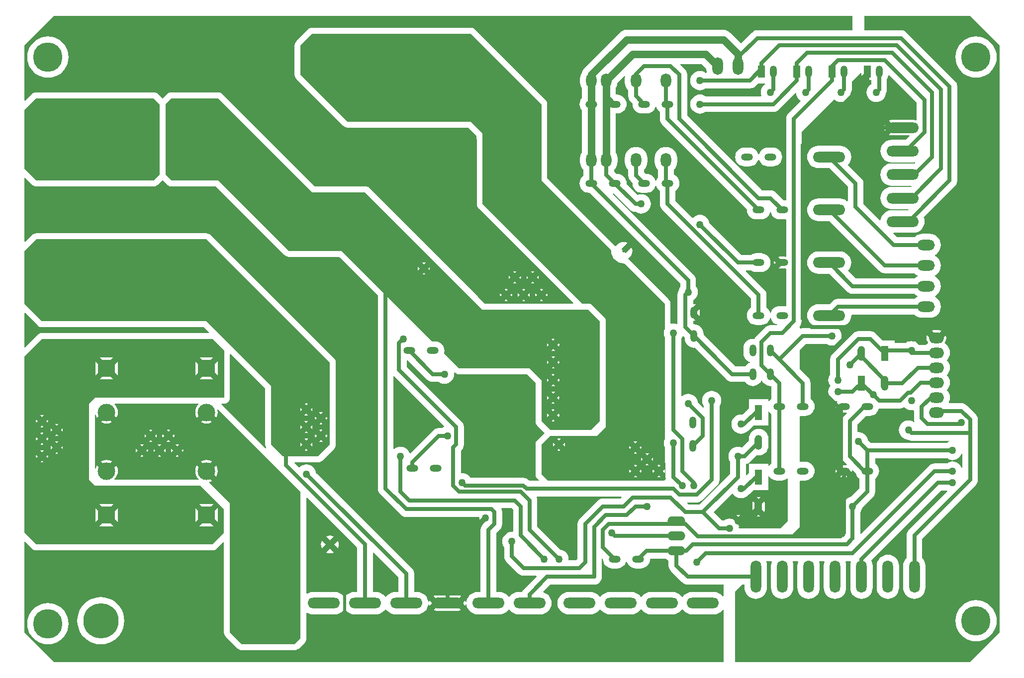
<source format=gbl>
%FSTAX23Y23*%
%MOIN*%
%SFA1B1*%

%IPPOS*%
%ADD33C,0.025000*%
%ADD34C,0.050000*%
%ADD48R,0.314960X0.314960*%
%ADD62O,0.070866X0.094488*%
%ADD63R,0.050000X0.100000*%
%ADD64O,0.050000X0.100000*%
%ADD65O,0.118110X0.070866*%
%ADD66O,0.070866X0.118110*%
%ADD67C,0.118110*%
%ADD68R,0.118110X0.118110*%
%ADD69C,0.157480*%
%ADD70R,0.157480X0.157480*%
%ADD71O,0.118110X0.157480*%
%ADD72O,0.120000X0.060000*%
%ADD73O,0.078740X0.047244*%
%ADD74O,0.047244X0.078740*%
%ADD75O,0.102362X0.070866*%
%ADD76O,0.070866X0.216535*%
%ADD77O,0.216535X0.070866*%
%ADD78C,0.236220*%
%ADD79C,0.196850*%
%ADD80R,0.047244X0.078740*%
%ADD81C,0.020000*%
%ADD82C,0.050000*%
%ADD83C,0.019685*%
%ADD84R,0.314960X0.314960*%
%ADD85R,0.236220X0.236220*%
%ADD86R,0.236220X0.236220*%
%ADD87R,0.157480X0.236220*%
%ADD88R,0.157480X0.236220*%
%LNpcb4-1*%
%LPD*%
G36*
X04734Y04634D02*
X04734Y04632D01*
X04732Y04618*
Y04594*
X04734Y04579*
X04738Y04565*
X04745Y04552*
X04754Y04541*
X04755Y0454*
Y04503*
X04757Y04489*
X04762Y04476*
X0477Y04466*
X04783Y04453*
X04783Y04448*
X04784Y04436*
X04787Y04424*
X04793Y04413*
X04801Y04404*
X04811Y04396*
X04822Y0439*
X04834Y04386*
X04846Y04385*
X04877*
X0489Y04386*
X04902Y0439*
X04913Y04396*
X04922Y04404*
X0493Y04413*
X04936Y04424*
X04938Y0443*
X04943*
X04945Y04424*
X04951Y04413*
X04959Y04404*
X04967Y04397*
Y0435*
X04969Y04336*
X04974Y04324*
X04982Y04313*
X05551Y03744*
X0555Y0374*
X05552Y03727*
X05555Y03715*
X05561Y03704*
X05569Y03695*
X05579Y03687*
X05589Y03681*
X05601Y03678*
X05614Y03676*
X05645*
X05658Y03678*
X05669Y03681*
X0568Y03687*
X0569Y03695*
X05698Y03704*
X05704Y03715*
X05706Y03722*
X05711*
X05713Y03715*
X05719Y03704*
X05726Y03695*
X05736Y03687*
X05747Y03681*
X05759Y03678*
X05771Y03676*
X05803*
X0581Y03677*
X05813Y03674*
Y03429*
X05808Y03424*
X05803Y03425*
X05771*
X05761Y03424*
X05761Y03424*
X05785Y03399*
X05771Y03385*
X05785Y03371*
X05761Y03347*
X05761Y03347*
X05771Y03346*
X05803*
X05808Y03346*
X05813Y03342*
Y03097*
X0581Y03094*
X05803Y03094*
X05771*
X05759Y03093*
X05747Y03089*
X05736Y03084*
X05726Y03076*
X05719Y03066*
X05713Y03055*
X05711Y03049*
X05706*
X05704Y03055*
X05698Y03066*
X0569Y03076*
X05682Y03082*
Y03169*
X0568Y03182*
X05675Y03195*
X05666Y03206*
X05544Y03328*
X05546Y03333*
X05578*
X05579Y03333*
X05589Y03327*
X05601Y03323*
X05614Y03322*
X05645*
X05658Y03323*
X05669Y03327*
X0568Y03333*
X0569Y03341*
X05698Y0335*
X05704Y03361*
X05707Y03373*
X05708Y03385*
X05707Y03398*
X05704Y0341*
X05698Y0342*
X0569Y0343*
X0568Y03438*
X05669Y03444*
X05658Y03447*
X05645Y03449*
X05614*
X05601Y03447*
X05589Y03444*
X05579Y03438*
X05578Y03438*
X05513*
X05299Y03652*
X05299Y03654*
X05295Y03666*
X0529Y03677*
X05281Y03687*
X05272Y03695*
X0526Y03701*
X05248Y03705*
X05236Y03706*
X05223Y03705*
X05211Y03701*
X052Y03695*
X0519Y03687*
X05185Y03687*
X05072Y03801*
Y03865*
X0508Y03872*
X05088Y03882*
X05093Y03893*
X05097Y03904*
X05098Y03917*
X05097Y03929*
X05093Y03941*
X05088Y03952*
X0508Y03962*
X0507Y03969*
X0506Y03975*
Y04009*
X05061Y04009*
X0507Y04021*
X05077Y04034*
X05081Y04048*
X05083Y04062*
Y04086*
X05081Y04101*
X05077Y04115*
X0507Y04128*
X05061Y04139*
X05049Y04149*
X05036Y04156*
X05022Y0416*
X05007Y04161*
X04993Y0416*
X04979Y04156*
X04966Y04149*
X04954Y04139*
X04945Y04128*
X04938Y04115*
X04934Y04101*
X04932Y04086*
Y04062*
X04934Y04048*
X04938Y04034*
X04945Y04021*
X04954Y04009*
X04955Y04009*
Y03957*
X04951Y03952*
X04945Y03941*
X04943Y03935*
X04938*
X04936Y03941*
X0493Y03952*
X04922Y03962*
X04913Y03969*
X04902Y03975*
X0489Y03979*
X04877Y0398*
X04872*
X0486Y03993*
Y04009*
X04861Y04009*
X0487Y04021*
X04877Y04034*
X04881Y04048*
X04883Y04062*
Y04086*
X04881Y04101*
X04877Y04115*
X0487Y04128*
X04861Y04139*
X04849Y04149*
X04836Y04156*
X04822Y0416*
X04807Y04161*
X04793Y0416*
X04779Y04156*
X04766Y04149*
X04754Y04139*
X04745Y04128*
X04738Y04115*
X04734Y04101*
X04732Y04086*
Y04062*
X04734Y04048*
X04738Y04034*
X04745Y04021*
X04754Y04009*
X04755Y04009*
Y03971*
X04757Y03958*
X04762Y03945*
X0477Y03934*
X04783Y03921*
X04783Y03917*
X04784Y03904*
X04787Y03893*
X04793Y03882*
X04801Y03872*
X04811Y03864*
X04822Y03858*
X04834Y03855*
X04846Y03854*
X04877*
X0489Y03855*
X04902Y03858*
X04913Y03864*
X04922Y03872*
X0493Y03882*
X04936Y03893*
X04938Y03899*
X04943*
X04945Y03893*
X04951Y03882*
X04959Y03872*
X04967Y03865*
Y03779*
X04969Y03765*
X04974Y03753*
X04982Y03742*
X05577Y03147*
Y03082*
X05569Y03076*
X05561Y03066*
X05555Y03055*
X05552Y03043*
X0555Y03031*
X05552Y03019*
X05555Y03007*
X05561Y02996*
X05569Y02986*
X05579Y02978*
X05589Y02973*
X05601Y02969*
X05614Y02968*
X05645*
X05658Y02969*
X05669Y02973*
X0568Y02978*
X0569Y02986*
X05698Y02996*
X05704Y03007*
X05706Y03013*
X05711*
X05713Y03007*
X05719Y02996*
X05726Y02986*
X05736Y02978*
X05747Y02973*
X05755Y0297*
X05754Y02965*
X05708*
X05695Y02963*
X05682Y02958*
X05671Y0295*
X05612Y02891*
X05604Y0288*
X05601Y02873*
X0559Y02874*
X05578Y02873*
X05566Y02869*
X05555Y02863*
X05545Y02855*
X05537Y02846*
X05532Y02835*
X05528Y02823*
X05527Y02811*
Y02779*
X05528Y02767*
X05532Y02755*
X05537Y02744*
X05545Y02734*
X05555Y02726*
X05566Y02721*
X05572Y02719*
Y02713*
X05566Y02712*
X05555Y02706*
X05545Y02698*
X05539Y0269*
X05474*
X0526Y02904*
Y02909*
X05258Y02921*
X05255Y02933*
X05249Y02944*
X05241Y02954*
X05232Y02962*
X05221Y02967*
X05209Y02971*
X05196Y02972*
X05194Y02972*
X0519Y02976*
Y02992*
X05193Y02996*
X05196Y02995*
X05207Y02997*
X05207Y02997*
X0519Y03014*
Y03028*
X0521Y03049*
X05235Y03024*
X05235Y03025*
X05236Y03035*
Y03066*
X05235Y03077*
X05235Y03077*
X0521Y03053*
X0519Y03073*
Y03088*
X05207Y03105*
X05207Y03105*
X05196Y03106*
X05193Y03106*
X0519Y03109*
Y03133*
X05193Y03135*
X05203Y03143*
X05211Y03153*
X05217Y03164*
X0522Y03176*
X05222Y03188*
X0522Y03201*
X05217Y03213*
X05211Y03224*
X05209Y03226*
Y03267*
X05208Y03281*
X05202Y03293*
X05194Y03304*
X04652Y03846*
X04654Y03851*
X04656Y03851*
X04766Y03742*
X04776Y03734*
X04789Y03728*
X04803Y03727*
X04804*
X04806Y03725*
X04817Y03719*
X04829Y03716*
X04842Y03714*
X04855Y03716*
X04867Y03719*
X04878Y03725*
X04888Y03733*
X04896Y03743*
X04902Y03754*
X04905Y03766*
X04907Y03779*
X04905Y03792*
X04902Y03804*
X04896Y03815*
X04888Y03825*
X04878Y03833*
X04867Y03839*
X04855Y03842*
X04842Y03844*
X04829Y03842*
X04817Y03839*
X04817Y03839*
X04743Y03912*
X04744Y03917*
X04743Y03929*
X04739Y03941*
X04733Y03952*
X04725Y03962*
X04716Y03969*
X04705Y03975*
X04693Y03979*
X04681Y0398*
X04676*
X0466Y03996*
Y04009*
X04661Y04009*
X0467Y04021*
X04677Y04034*
X04681Y04048*
X04683Y04062*
Y04086*
X04681Y04101*
X04677Y04115*
X04672Y04124*
Y04385*
X04681*
X04693Y04386*
X04705Y0439*
X04716Y04396*
X04725Y04404*
X04733Y04413*
X04739Y04424*
X04743Y04436*
X04744Y04448*
X04743Y04461*
X04739Y04473*
X04733Y04483*
X04725Y04493*
X04716Y04501*
X04705Y04507*
X04693Y0451*
X04681Y04512*
X04676*
X04672Y04515*
Y04556*
X04677Y04565*
X04681Y04579*
X04682Y04589*
X0473Y04637*
X04734Y04634*
G37*
G36*
X01099Y04488D02*
X01102Y04487D01*
X01575*
X01614Y04448*
Y03976*
X01574Y03937*
X00787*
X00708Y04015*
Y04409*
X00787Y04488*
X01099*
G37*
G36*
X05133Y02883D02*
Y02877D01*
X05134Y02865*
X05138Y02853*
X05144Y02842*
X05152Y02833*
X05161Y02825*
X05172Y02819*
X05184Y02815*
X05196Y02814*
X05201Y02815*
X05415Y026*
X05426Y02592*
X05439Y02587*
X05452Y02585*
X05539*
X05545Y02577*
X05555Y02569*
X05566Y02563*
X05578Y02559*
X0559Y02558*
X05602Y02559*
X05614Y02563*
X05625Y02569*
X05635Y02577*
X05643Y02586*
X05646Y02593*
X05652*
X05656Y02586*
X05663Y02577*
X05673Y02569*
X05684Y02563*
X05696Y02559*
X05708Y02558*
X05711Y02559*
X05715Y02555*
Y02472*
X05707Y02466*
X05699Y02456*
X05699Y02456*
X05694Y02457*
Y02471*
X05565*
Y02411*
X05521Y02366*
X05511Y02367*
X05499Y02366*
X05487Y02362*
X05475Y02356*
X05466Y02348*
X05458Y02339*
X05452Y02327*
X05448Y02315*
X05447Y02303*
X05448Y0229*
X05452Y02278*
X05458Y02267*
X05466Y02257*
X05475Y02249*
X05487Y02243*
X05499Y02239*
X05511Y02238*
X05524Y02239*
X05536Y02243*
X05547Y02249*
X05557Y02257*
X05558Y02258*
X05568Y02266*
X05594Y02292*
X05694*
Y02385*
X05699Y02386*
X05699Y02386*
X05707Y02376*
X05715Y02369*
Y02039*
X05707Y02032*
X05699Y02023*
X05699Y02022*
X05694Y02024*
Y02038*
X05565*
Y01978*
X05549Y01961*
X05544Y01963*
Y02035*
X05548Y02036*
X05553Y02038*
X0556Y02041*
X05571Y02049*
X05615Y02093*
X05617Y02093*
X05629Y02092*
X05642Y02093*
X05654Y02097*
X05665Y02103*
X05675Y02111*
X05683Y0212*
X05689Y02132*
X05693Y02144*
X05694Y02156*
Y02206*
X05693Y02219*
X05689Y02231*
X05683Y02242*
X05675Y02252*
X05665Y0226*
X05654Y02266*
X05642Y0227*
X05629Y02271*
X05617Y0227*
X05605Y02266*
X05593Y0226*
X05584Y02252*
X05576Y02242*
X0557Y02231*
X05566Y02219*
X05565Y02206*
Y02191*
X05519Y02145*
X05516Y02146*
X05504Y0215*
X05492Y02151*
X05479Y0215*
X05467Y02146*
X05456Y0214*
X05446Y02132*
X05438Y02122*
X05432Y02111*
X05428Y02099*
X05427Y02086*
X05428Y02073*
X05432Y02061*
X05438Y0205*
X05439Y02048*
Y0197*
X05234Y01764*
X05159*
X0515Y01773*
X05152Y01778*
X05216*
X0523Y0178*
X05235Y01782*
X05242Y01785*
X05253Y01793*
X05351Y01892*
X0536Y01902*
X05365Y01915*
X05367Y01929*
Y02422*
X05368Y02424*
X05374Y02435*
X05378Y02448*
X05379Y0246*
X05378Y02473*
X05374Y02485*
X05368Y02496*
X0536Y02506*
X0535Y02514*
X05339Y0252*
X05327Y02524*
X05314Y02525*
X05302Y02524*
X0529Y0252*
X05279Y02514*
X05269Y02506*
X05261Y02496*
X05255Y02485*
X05251Y02473*
X0525Y0246*
X05251Y02448*
X05255Y02435*
X05261Y02424*
X05262Y02422*
Y02416*
X05258Y02414*
X05221Y02451*
X0522Y02453*
X05217Y02465*
X05211Y02476*
X05203Y02486*
X05193Y02494*
X05182Y025*
X0517Y02504*
X05157Y02505*
X05144Y02504*
X05132Y025*
X05121Y02494*
X05116Y0249*
X05111Y02492*
Y02875*
X05112Y02877*
X05118Y02888*
X05119Y0289*
X05124Y02892*
X05133Y02883*
G37*
G36*
X03407Y026D02*
X03418Y02592D01*
X03431Y02587*
X03444Y02585*
X03485*
X03487Y02584*
X03498Y02578*
X03511Y02574*
X03523Y02573*
X03536Y02574*
X03548Y02578*
X03559Y02584*
X03569Y02592*
X03577Y02601*
X03583Y02613*
X03587Y02625*
X03588Y02637*
X03587Y02648*
X03591Y02651*
X03593Y02649*
X03602Y02642*
X03611Y02638*
X03622Y02637*
X04078*
X04133Y02581*
Y02322*
X04134Y02312*
X04138Y02302*
X04145Y02294*
X04195Y02244*
X04145Y02193*
X04138Y02185*
X04134Y02175*
X04133Y02165*
Y01968*
X04134Y01958*
X04138Y01948*
X04145Y0194*
X04158Y01927*
X04156Y01922*
X04095*
X04089Y01928*
X04078Y01936*
X04065Y01941*
X04052Y01943*
X03696*
X03695Y01945*
X03687Y01955*
X03677Y01963*
X03666Y01969*
X03654Y01972*
X03641Y01974*
X03638Y01973*
X03634Y01977*
Y02124*
X03639Y02128*
X03647Y02139*
X03652Y02151*
X03654Y02165*
Y02283*
X03652Y02297*
X03647Y02309*
X03639Y0232*
X03272Y02687*
Y02731*
X03277Y02731*
X03407Y026*
G37*
G36*
X01877Y02436D02*
X01875Y02435D01*
X01866Y02423*
X01859Y0241*
X01855Y02396*
X01853Y02381*
X01855Y02367*
X01859Y02353*
X01864Y02344*
X01915Y02395*
X01929Y02381*
X01943Y02395*
X01994Y02344*
X01998Y02353*
X02002Y02367*
X02004Y02381*
X02002Y02396*
X02001Y024*
X02005Y02403*
X02559Y0185*
Y00866*
X02519Y00826*
X02165*
X02086Y00905*
Y01771*
X01947Y01911*
X01948Y01915*
X01957Y01918*
X01966Y01923*
X01915Y01974*
X01864Y02025*
X01859Y02016*
X01855Y02002*
X01853Y01988*
X01855Y01973*
X01859Y01959*
X01866Y01946*
X01875Y01935*
X01877Y01933*
X01875Y01929*
X01313*
X01311Y01933*
X01312Y01935*
X01322Y01946*
X01329Y01959*
X01333Y01973*
X01335Y01988*
X01333Y02002*
X01329Y02016*
X01324Y02025*
X01273Y01974*
X01259Y01988*
X01245Y01974*
X01194Y02025*
X0119Y02016*
X01186Y02002*
X01186Y02002*
X01181Y02002*
Y02367*
X01186Y02367*
X01186Y02367*
X0119Y02353*
X01194Y02344*
X01245Y02395*
X01259Y02381*
X01273Y02395*
X01324Y02344*
X01329Y02353*
X01333Y02367*
X01335Y02381*
X01333Y02396*
X01329Y0241*
X01322Y02423*
X01312Y02435*
X01311Y02436*
X01313Y0244*
X01875*
X01877Y02436*
G37*
G36*
X03983Y0173D02*
Y01583D01*
X03979Y0158*
X03976Y0158*
X03963Y01579*
X03951Y01575*
X0394Y01569*
X0393Y01561*
X03922Y01551*
X03916Y0154*
X03912Y01528*
X03911Y01515*
X03912Y01503*
X03916Y0149*
X03922Y01479*
X03924Y01478*
Y01417*
X03925Y01403*
X03931Y01391*
X03939Y0138*
X04018Y01301*
X04028Y01293*
X04041Y01288*
X04055Y01286*
X04138*
X0414Y01281*
X04057Y01198*
X04049Y01187*
X04045Y01177*
X04021*
X04006Y01176*
X03992Y01171*
X03979Y01164*
X03968Y01155*
X03959Y01144*
X03956Y01144*
X03953Y01144*
X03944Y01155*
X03933Y01164*
X0392Y01171*
X03906Y01176*
X03891Y01177*
X03871*
Y01572*
X03895Y01596*
X03903Y01607*
X03908Y0162*
X0391Y01633*
Y01712*
X03908Y01726*
X03905Y01734*
X03908Y01739*
X03974*
X03983Y0173*
G37*
G36*
X05699Y01953D02*
X05707Y01943D01*
X05716Y01935*
X05727Y01929*
X05739Y01926*
X05751Y01924*
X05783*
X05795Y01926*
X05807Y01929*
X05818Y01935*
X05822Y01938*
X05826Y01936*
Y01653*
X05776Y01603*
X05498*
X05497Y01604*
X05496Y01613*
X05502Y01613*
X05503Y01614*
X05494Y01623*
X05492Y01629*
X05486Y0164*
X05483Y01644*
X05478Y0165*
X05469Y01658*
X05457Y01664*
X05452Y01665*
Y01665*
X05445Y01667*
X05433Y01669*
X0542Y01667*
X05408Y01664*
X05397Y01658*
X05395Y01656*
X05385*
X05329Y01712*
X05452Y01835*
X05457Y01834*
X05458Y01833*
X05466Y01824*
X05475Y01816*
X05487Y0181*
X05499Y01806*
X05511Y01805*
X05524Y01806*
X05536Y0181*
X05547Y01816*
X05557Y01824*
X05558Y01825*
X05568Y01833*
X05594Y01859*
X05694*
Y01952*
X05699Y01953*
X05699Y01953*
G37*
G36*
X06607Y02414D02*
X06617Y02406D01*
X06628Y024*
X0664Y02397*
X06653Y02395*
X06665Y02397*
X06669Y02394*
X0667Y02394*
Y02342*
X06671Y02328*
X06676Y02318*
X06671Y02315*
X06669Y02317*
X06658Y02323*
X06646Y02327*
X06633Y02328*
X06621Y02327*
X06609Y02323*
X06597Y02317*
X06588Y02309*
X0658Y02299*
X06574Y02288*
X0657Y02276*
X06569Y02263*
X0657Y02251*
X06574Y02239*
X0658Y02227*
X06588Y02218*
X06597Y0221*
X06609Y02204*
X06621Y022*
X06625Y02199*
X06627Y02198*
X06634Y02195*
X0664Y02193*
X06653Y02191*
X06907*
X06907Y02186*
X06904Y02185*
X06893Y02179*
X06891Y02178*
X06379*
X06362Y02195*
X06362Y02197*
X06358Y02209*
X06352Y0222*
X06344Y0223*
X06335Y02238*
X06323Y02244*
X06311Y02248*
X06299Y02249*
X06296Y02249*
X06292Y02252*
Y02301*
X06349Y02357*
X06374*
X06386Y02359*
X06398Y02362*
X06409Y02368*
X06418Y02376*
X06426Y02386*
X06432Y02397*
X06435Y02408*
X06437Y02408*
X06578*
X06591Y0241*
X06597Y02412*
X06604Y02415*
X06606Y02416*
X06607Y02414*
G37*
G36*
X07244Y04842D02*
Y00905D01*
X07047Y00708*
X05472*
Y01181*
X05518Y01227*
X05535*
Y01206*
X05536Y01192*
X0554Y01177*
X05547Y01164*
X05557Y01153*
X05568Y01144*
X05581Y01137*
X05595Y01132*
X0561Y01131*
X05624Y01132*
X05639Y01137*
X05651Y01144*
X05663Y01153*
X05672Y01164*
X05679Y01177*
X05683Y01192*
X05685Y01206*
Y01352*
X05683Y01367*
X0568Y01379*
X05682Y01384*
X05714*
X05717Y01379*
X05713Y01367*
X05712Y01352*
Y01206*
X05713Y01192*
X05717Y01177*
X05724Y01164*
X05734Y01153*
X05745Y01144*
X05758Y01137*
X05772Y01132*
X05787Y01131*
X05802Y01132*
X05816Y01137*
X05829Y01144*
X0584Y01153*
X05849Y01164*
X05856Y01177*
X05861Y01192*
X05862Y01206*
Y01352*
X05861Y01367*
X05857Y01379*
X05859Y01384*
X05892*
X05894Y01379*
X0589Y01367*
X05889Y01352*
Y01206*
X0589Y01192*
X05895Y01177*
X05902Y01164*
X05911Y01153*
X05922Y01144*
X05935Y01137*
X05949Y01132*
X05964Y01131*
X05979Y01132*
X05993Y01137*
X06006Y01144*
X06017Y01153*
X06027Y01164*
X06034Y01177*
X06038Y01192*
X06039Y01206*
Y01352*
X06038Y01367*
X06034Y01379*
X06037Y01384*
X06069*
X06071Y01379*
X06068Y01367*
X06066Y01352*
Y01206*
X06068Y01192*
X06072Y01177*
X06079Y01164*
X06088Y01153*
X06099Y01144*
X06112Y01137*
X06127Y01132*
X06141Y01131*
X06156Y01132*
X0617Y01137*
X06183Y01144*
X06194Y01153*
X06204Y01164*
X06211Y01177*
X06215Y01192*
X06216Y01206*
Y01352*
X06215Y01367*
X06211Y01379*
X06214Y01384*
X06246*
X06249Y01379*
X06245Y01367*
X06243Y01352*
Y01206*
X06245Y01192*
X06249Y01177*
X06256Y01164*
X06265Y01153*
X06277Y01144*
X0629Y01137*
X06304Y01132*
X06318Y01131*
X06333Y01132*
X06347Y01137*
X0636Y01144*
X06372Y01153*
X06381Y01164*
X06388Y01177*
X06392Y01192*
X06394Y01206*
Y01352*
X06392Y01367*
X06388Y01381*
X06384Y01388*
X06852Y01857*
X06891*
X06892Y01855*
X06893Y01854*
X06894Y0185*
X06636Y01592*
X06627Y01581*
X06622Y01568*
X0662Y01555*
Y01406*
X0662Y01405*
X0661Y01394*
X06603Y01381*
X06599Y01367*
X06598Y01352*
Y01206*
X06599Y01192*
X06603Y01177*
X0661Y01164*
X0662Y01153*
X06631Y01144*
X06644Y01137*
X06658Y01132*
X06673Y01131*
X06687Y01132*
X06701Y01137*
X06714Y01144*
X06726Y01153*
X06735Y01164*
X06742Y01177*
X06746Y01192*
X06748Y01206*
Y01352*
X06746Y01367*
X06742Y01381*
X06735Y01394*
X06726Y01405*
X06725Y01406*
Y01533*
X07084Y01892*
X07092Y01902*
X07097Y01915*
X07099Y01929*
Y02332*
X07097Y02346*
X07092Y02358*
X07084Y02369*
X07025Y02428*
X07014Y02437*
X07006Y0244*
X07001Y02442*
X06988Y02444*
X06906*
X06903Y02448*
X06906Y02453*
X0691Y02467*
X06911Y02481*
X0691Y02496*
X06906Y0251*
X06899Y02523*
X06892Y02531*
X06899Y0254*
X06906Y02553*
X0691Y02567*
X06911Y02581*
X0691Y02596*
X06906Y0261*
X06899Y02623*
X06892Y02631*
X06899Y0264*
X06906Y02653*
X0691Y02667*
X06911Y02681*
X0691Y02696*
X06906Y0271*
X06899Y02723*
X06892Y02731*
X06899Y0274*
X06906Y02753*
X0691Y02767*
X06911Y02781*
X0691Y02796*
X06906Y0281*
X06899Y02823*
X06889Y02835*
X06878Y02844*
X06877Y02844*
X06876Y02849*
X06881Y02856*
X06886Y02868*
X06888Y02881*
X06886Y02895*
X06883Y02901*
X0685Y02867*
X06822Y02895*
X06856Y02929*
X06849Y02931*
X06836Y02933*
X06805*
X06791Y02931*
X06785Y02929*
X06819Y02895*
X06791Y02867*
X06757Y02901*
X06755Y02895*
X06753Y02881*
X06755Y02868*
X0676Y02856*
X06765Y02849*
X06764Y02844*
X06763Y02844*
X06751Y02835*
X06751Y02834*
X06704*
X06699Y02841*
X06689Y02849*
X06678Y02855*
X06666Y02858*
X06653Y02859*
X0664Y02858*
X06628Y02855*
X06617Y02849*
X06615Y02847*
X0654*
Y02864*
X0646*
X06414Y02911*
X06404Y02919*
X06396Y02922*
X06391Y02924*
X06377Y02926*
X06299*
X06285Y02924*
X06273Y02919*
X06262Y02911*
X06124Y02773*
X06116Y02762*
X0611Y02749*
X06109Y02736*
Y02636*
X06107Y02634*
X06101Y02623*
X06097Y02611*
X06096Y02598*
X06097Y02585*
X06101Y02573*
X06107Y02562*
X0611Y02559*
X06107Y02555*
X06101Y02544*
X06097Y02532*
X06096Y02519*
X06097Y02507*
X06101Y02494*
X06107Y02483*
X06115Y02473*
X06125Y02465*
X06136Y02459*
X06148Y02456*
X06156Y02455*
X06158Y0245*
X06156Y02449*
X0615Y02441*
X06146Y02431*
X06145Y02421*
X06146Y0241*
X06146Y0241*
X06171Y02435*
X06198Y02407*
X06174Y02382*
X06174Y02382*
X06185Y02381*
X06216*
X06218Y02381*
X0622Y02377*
X06203Y02359*
X06194Y02348*
X06191Y02341*
X06189Y02336*
X06187Y02322*
Y02086*
X06189Y02073*
X06191Y02067*
X06194Y0206*
X06203Y02049*
X0622Y02032*
X06218Y02027*
X06216Y02027*
X06185*
X06174Y02026*
X06174Y02026*
X06198Y02002*
X06185Y01988*
X06198Y01974*
X06174Y01949*
X06174Y01949*
X06185Y01948*
X06216*
X06226Y01949*
X06226Y01949*
X06202Y01974*
X0623Y02002*
X06254Y01977*
X06254Y01977*
X06256Y01988*
X06255Y0199*
X0626Y01992*
X06281Y0197*
X06284Y01963*
X06289Y01953*
X06297Y01943*
X06305Y01936*
Y01872*
X06249Y01815*
X06247Y01815*
X06235Y01811*
X06223Y01805*
X06214Y01797*
X06206Y01787*
X062Y01776*
X06196Y01764*
X06195Y01751*
X06196Y01739*
X062Y01727*
X06206Y01716*
X06207Y01714*
Y01557*
X06198Y01548*
X05846*
X05844Y01553*
X05905Y01614*
Y01921*
X05909Y01924*
X05909Y01924*
X0594*
X05953Y01926*
X05965Y01929*
X05976Y01935*
X05985Y01943*
X05993Y01953*
X05999Y01963*
X06003Y01975*
X06004Y01988*
X06003Y02*
X05999Y02012*
X05993Y02023*
X05985Y02032*
X05976Y0204*
X05965Y02046*
X05953Y0205*
X0594Y02051*
X05909*
X05909Y02051*
X05905Y02054*
Y02354*
X05909Y02357*
X05909Y02357*
X0594*
X05953Y02359*
X05965Y02362*
X05976Y02368*
X05985Y02376*
X05993Y02386*
X05999Y02397*
X06003Y02408*
X06004Y02421*
X06003Y02433*
X05999Y02445*
X05993Y02456*
X05985Y02466*
X05977Y02472*
Y02578*
X05975Y02592*
X0597Y02604*
X05962Y02615*
X05905Y02672*
Y028*
X05946Y02841*
X06084*
X06086Y02839*
X06097Y02833*
X06109Y0283*
X06122Y02829*
X06134Y0283*
X06146Y02833*
X06157Y02839*
X06167Y02847*
X06175Y02857*
X06181Y02868*
X06185Y02881*
X06186Y02893*
X06185Y02906*
X06181Y02918*
X06175Y02929*
X06167Y02939*
X06157Y02947*
X0615Y02951*
X06152Y02956*
X06175*
X06189Y02957*
X06203Y02962*
X06216Y02969*
X06228Y02978*
X06237Y02989*
X06244Y03002*
X06248Y03016*
X0625Y03031*
X0625Y03034*
X06253Y03038*
X06674*
X06675Y03037*
X06686Y03028*
X06699Y03021*
X06713Y03016*
X06728Y03015*
X06775*
X0679Y03016*
X06804Y03021*
X06817Y03028*
X06828Y03037*
X06838Y03048*
X06845Y03061*
X06849Y03075*
X0685Y0309*
X06849Y03105*
X06845Y03119*
X06838Y03132*
X06828Y03143*
X06817Y03153*
X0681Y03156*
Y03161*
X06817Y03165*
X06828Y03175*
X06838Y03186*
X06845Y03199*
X06849Y03213*
X0685Y03228*
X06849Y03243*
X06845Y03257*
X06838Y0327*
X06828Y03281*
X06817Y0329*
X0681Y03294*
Y03299*
X06817Y03303*
X06828Y03312*
X06838Y03324*
X06845Y03337*
X06849Y03351*
X0685Y03366*
X06849Y0338*
X06845Y03394*
X06838Y03407*
X06828Y03419*
X06817Y03428*
X0681Y03432*
Y03437*
X06817Y03441*
X06828Y0345*
X06838Y03462*
X06845Y03475*
X06849Y03489*
X0685Y03503*
X06849Y03518*
X06845Y03532*
X06838Y03545*
X06828Y03557*
X06817Y03566*
X06804Y03573*
X0679Y03577*
X06775Y03579*
X06728*
X06713Y03577*
X06699Y03573*
X06686Y03566*
X06675Y03557*
X06674Y03556*
X06557*
X06531Y03581*
X06533Y03586*
X06667*
X06681Y03587*
X06696Y03591*
X06709Y03598*
X0672Y03608*
X06729Y03619*
X06736Y03632*
X06741Y03646*
X06742Y03661*
X06741Y03676*
X06736Y0369*
X06736Y0369*
X06946Y039*
X06954Y0391*
X06959Y03923*
X06961Y03937*
Y04566*
X06959Y0458*
X06957Y04585*
X06954Y04593*
X06946Y04603*
X06621Y04928*
X0661Y04937*
X06598Y04942*
X06584Y04944*
X06338*
Y05039*
X07047*
X07244Y04842*
G37*
G36*
X02755Y02716D02*
Y02165D01*
X02677Y02086*
X0244*
X02362Y02165*
Y02559*
X02125Y02795*
X01929Y02992*
X00905*
X00826*
X00708Y0311*
Y03464*
X00787Y03543*
X01929*
X02755Y02716*
G37*
G36*
X03522Y02289D02*
X0352Y02284D01*
X03518Y02284*
X03507Y02278*
X03505Y02276*
X03484*
X0347Y02274*
X03458Y02269*
X03447Y02261*
X03293Y02107*
X03288Y02109*
X03288Y02111*
X03282Y02122*
X03274Y02132*
X03264Y0214*
X03253Y02146*
X0324Y0215*
X03228Y02151*
X03215Y0215*
X03203Y02146*
X03192Y0214*
X03187Y02136*
X03182Y02138*
Y02622*
X03187Y02624*
X03522Y02289*
G37*
G36*
X00798Y02964D02*
X00806Y02957D01*
X00816Y02953*
X00826Y02952*
X00905*
X01912*
X01946Y02918*
X01944Y02913*
X00826*
X00816Y02912*
X00806Y02908*
X00798Y02902*
X00713Y02816*
X00708Y02818*
Y03047*
X00713Y03049*
X00798Y02964*
G37*
G36*
X02097Y02767D02*
D01*
X02322Y02542*
Y02165*
X02323Y02155*
X02327Y02145*
X02329Y02142*
X02326Y02139*
X02034Y02431*
X02033Y02431*
X02033Y02432*
X02029Y02434*
X02028Y02435*
X0203Y0244*
X02047*
X02057Y02441*
X02067Y02445*
X02075Y02452*
X02081Y0246*
X02085Y0247*
X02086Y0248*
Y02771*
X02091Y02773*
X02097Y02767*
G37*
G36*
X02047Y02795D02*
Y0248D01*
X01933*
X01929Y0248*
X01924Y0248*
X01878*
X01875Y0248*
X01313*
X0131Y0248*
X01264*
X01259Y0248*
X01255Y0248*
X01181*
X01141Y0244*
Y02369*
X01141Y02367*
Y02002*
X01141Y02*
Y01929*
X01181Y01889*
X01255*
X01259Y01889*
X01264Y01889*
X0131*
X01313Y01889*
X01875*
X01878Y01889*
X01889*
X02046Y01732*
Y01574*
X01968Y01496*
X00787*
X00708Y01574*
Y02755*
X00826Y02874*
X01968*
X02047Y02795*
G37*
G36*
X06994Y02103D02*
Y0201D01*
X06989Y02009*
X06988Y02012*
X06982Y02024*
X06974Y02033*
X06965Y02041*
X06953Y02047*
X06941Y02051*
X06929Y02052*
X06916Y02051*
X06904Y02047*
X06893Y02041*
X06891Y0204*
X06811*
X06797Y02038*
X06784Y02033*
X06774Y02025*
X0677Y02022*
X06316Y01567*
X06312Y01569*
Y01714*
X06313Y01716*
X06319Y01727*
X06323Y01739*
X06323Y01741*
X06395Y01813*
X06403Y01824*
X06408Y01836*
X0641Y0185*
Y01936*
X06418Y01943*
X06426Y01953*
X06432Y01963*
X06436Y01975*
X06437Y01988*
X06436Y02*
X06432Y02012*
X06426Y02023*
X06418Y02032*
X0641Y02039*
Y02073*
X06891*
X06893Y02072*
X06904Y02066*
X06916Y02062*
X06929Y02061*
X06941Y02062*
X06953Y02066*
X06965Y02072*
X06974Y0208*
X06982Y0209*
X06988Y02101*
X06989Y02104*
X06994Y02103*
G37*
G36*
X00759Y03908D02*
D01*
X00767Y03902*
X00777Y03898*
X00787Y03897*
X01574*
X01585Y03898*
X01594Y03902*
X01602Y03908*
X01633Y03939*
X01664Y03908*
X01673Y03902*
X01682Y03898*
X01692Y03897*
X01991*
X02452Y03436*
X0246Y0343*
X0247Y03426*
X0248Y03424*
X02818*
X03077Y03165*
Y0187*
X03079Y01856*
X03081Y01851*
X03084Y01843*
X03092Y01833*
X0323Y01695*
X03241Y01686*
X03254Y01681*
X03267Y01679*
X03755*
X03758Y01676*
X03758Y01673*
X03759Y01662*
X03759Y01661*
X03778Y01679*
X03792*
X03805Y01666*
Y01655*
X03781Y01631*
X03781Y01631*
Y01631*
X03773Y0162*
X03768Y01608*
X03766Y01594*
Y01177*
X03746*
X03731Y01176*
X03717Y01171*
X03704Y01164*
X03692Y01155*
X03683Y01144*
X03676Y01131*
X03672Y01117*
X03671Y0111*
X03666Y0111*
X03666Y01115*
X03663Y01121*
X03643Y01102*
X03663Y01082*
X03666Y01089*
X03666Y01094*
X03671Y01094*
X03672Y01087*
X03676Y01073*
X03683Y0106*
X03692Y01049*
X03704Y01039*
X03717Y01032*
X03731Y01028*
X03746Y01027*
X03891*
X03906Y01028*
X0392Y01032*
X03933Y01039*
X03944Y01049*
X03953Y0106*
X03956Y0106*
X03959Y0106*
X03968Y01049*
X03979Y01039*
X03992Y01032*
X04006Y01028*
X04021Y01027*
X04167*
X04181Y01028*
X04196Y01032*
X04209Y01039*
X0422Y01049*
X04229Y0106*
X04236Y01073*
X04241Y01087*
X04242Y01102*
X04241Y01117*
X04236Y01131*
X04229Y01144*
X0422Y01155*
X04209Y01164*
X04196Y01171*
X04187Y01174*
X04186Y01179*
X04234Y01227*
X04527*
X04541Y01228*
X04553Y01234*
X04564Y01242*
X04572Y01253*
X04578Y01265*
X04579Y01279*
Y01399*
X04584Y01401*
X04586Y014*
X04586Y01397*
X04587Y01385*
X04591Y01373*
X04596Y01362*
X04604Y01352*
X04614Y01345*
X04625Y01339*
X04637Y01335*
X04649Y01334*
X04681*
X04693Y01335*
X04705Y01339*
X04716Y01345*
X04725Y01352*
X04733Y01362*
X04739Y01373*
X04741Y01379*
X04746*
X04748Y01373*
X04754Y01362*
X04762Y01352*
X04771Y01345*
X04782Y01339*
X04794Y01335*
X04807Y01334*
X04838*
X0485Y01335*
X04862Y01339*
X04873Y01345*
X04883Y01352*
X04891Y01362*
X04897Y01373*
X049Y01385*
X04901Y01397*
X04905Y01401*
X05003*
X0501Y01395*
X05022Y01389*
X05026Y01387*
Y01354*
X05028Y0134*
X05033Y01328*
X05041Y01317*
X05116Y01242*
X05127Y01234*
X0514Y01228*
X05153Y01227*
X05393*
X05395Y01222*
X05393Y0122*
Y01149*
X05388Y01147*
X05381Y01155*
X0537Y01164*
X05357Y01171*
X05343Y01176*
X05328Y01177*
X05183*
X05168Y01176*
X05154Y01171*
X05141Y01164*
X05129Y01155*
X05121Y01144*
X05118Y01144*
X05115Y01144*
X05106Y01155*
X05094Y01164*
X05081Y01171*
X05067Y01176*
X05053Y01177*
X04907*
X04892Y01176*
X04878Y01171*
X04865Y01164*
X04854Y01155*
X04845Y01144*
X04842Y01144*
X04839Y01144*
X0483Y01155*
X04819Y01164*
X04806Y01171*
X04792Y01176*
X04777Y01177*
X04631*
X04617Y01176*
X04603Y01171*
X0459Y01164*
X04578Y01155*
X04569Y01144*
X04566Y01144*
X04564Y01144*
X04555Y01155*
X04543Y01164*
X0453Y01171*
X04516Y01176*
X04501Y01177*
X04356*
X04341Y01176*
X04327Y01171*
X04314Y01164*
X04303Y01155*
X04293Y01144*
X04286Y01131*
X04282Y01117*
X04281Y01102*
X04282Y01087*
X04286Y01073*
X04293Y0106*
X04303Y01049*
X04314Y01039*
X04327Y01032*
X04341Y01028*
X04356Y01027*
X04501*
X04516Y01028*
X0453Y01032*
X04543Y01039*
X04555Y01049*
X04564Y0106*
X04566Y0106*
X04569Y0106*
X04578Y01049*
X0459Y01039*
X04603Y01032*
X04617Y01028*
X04631Y01027*
X04777*
X04792Y01028*
X04806Y01032*
X04819Y01039*
X0483Y01049*
X04839Y0106*
X04842Y0106*
X04845Y0106*
X04854Y01049*
X04865Y01039*
X04878Y01032*
X04892Y01028*
X04907Y01027*
X05053*
X05067Y01028*
X05081Y01032*
X05094Y01039*
X05106Y01049*
X05115Y0106*
X05118Y0106*
X05121Y0106*
X05129Y01049*
X05141Y01039*
X05154Y01032*
X05168Y01028*
X05183Y01027*
X05328*
X05343Y01028*
X05357Y01032*
X0537Y01039*
X05381Y01049*
X05388Y01057*
X05393Y01055*
Y00708*
X00905*
X00708Y00905*
Y01512*
X00713Y01514*
X00759Y01467*
X00767Y01461*
X00777Y01457*
X00787Y01456*
X01968*
X01978Y01457*
X01988Y01461*
X01996Y01467*
X02042Y01513*
X02046Y01511*
Y00905*
X02048Y00895*
X02052Y00885*
X02058Y00877*
X02137Y00798*
X02145Y00792*
X02155Y00788*
X02165Y00787*
X02519*
X02529Y00788*
X02539Y00792*
X02547Y00798*
X02587Y00838*
X02593Y00846*
X02597Y00855*
X02598Y00866*
Y01036*
X02603Y01038*
X02614Y01032*
X02629Y01028*
X02643Y01027*
X02789*
X02804Y01028*
X02818Y01032*
X02831Y01039*
X02842Y01049*
X02851Y0106*
X02854Y0106*
X02857Y0106*
X02866Y01049*
X02877Y01039*
X0289Y01032*
X02904Y01028*
X02919Y01027*
X03064*
X03079Y01028*
X03093Y01032*
X03106Y01039*
X03118Y01049*
X03127Y0106*
X03129Y0106*
X03132Y0106*
X03141Y01049*
X03153Y01039*
X03166Y01032*
X0318Y01028*
X03194Y01027*
X0334*
X03355Y01028*
X03369Y01032*
X03382Y01039*
X03393Y01049*
X03403Y0106*
X03409Y01073*
X03414Y01087*
X03414Y01094*
X03419Y01094*
X0342Y01089*
X03423Y01082*
X03442Y01102*
X03423Y01121*
X0342Y01115*
X03419Y0111*
X03414Y0111*
X03414Y01117*
X03409Y01131*
X03403Y01144*
X03393Y01155*
X03382Y01164*
X03369Y01171*
X03355Y01176*
X0334Y01177*
X0332*
Y01299*
X03318Y01312*
X03313Y01325*
X03304Y01336*
X02662Y01978*
X02661Y01981*
X02658Y01993*
X02652Y02004*
X02644Y02014*
X02634Y02022*
X02623Y02028*
X02611Y02031*
X02598Y02033*
X02585Y02031*
X02573Y02028*
X02562Y02022*
X02552Y02014*
X02548Y02014*
X02519Y02042*
X02521Y02046*
X02677*
X02687Y02048*
X02697Y02052*
X02705Y02058*
X02783Y02137*
X0279Y02145*
X02794Y02155*
X02795Y02165*
Y02716*
X02794Y02726*
X0279Y02736*
X02783Y02744*
X01957Y03571*
X01948Y03577*
X01939Y03581*
X01929Y03583*
X00787*
X00777Y03581*
X00767Y03577*
X00759Y03571*
X00713Y03525*
X00708Y03527*
Y03953*
X00713Y03954*
X00759Y03908*
G37*
G36*
X05279Y04688D02*
Y04681D01*
X0528Y04666*
X05281Y04662*
X05278Y04658*
X05273*
X05272Y0466*
X0526Y04666*
X05248Y04669*
X05236Y0467*
X05223Y04669*
X05211Y04666*
X052Y0466*
X0519Y04652*
X05182Y04642*
X05176Y04631*
X05172Y04618*
X05171Y04606*
X05172Y04593*
X05176Y04581*
X05182Y0457*
X0519Y0456*
X052Y04552*
X05211Y04546*
X05223Y04542*
X05236Y04541*
X05248Y04542*
X0526Y04546*
X05272Y04552*
X05273Y04553*
X0557*
X05584Y04555*
X05589Y04557*
X05597Y0456*
X05607Y04569*
X05625Y04586*
X05671*
X05673Y04581*
X05672Y04581*
X05662Y04573*
X05654Y04563*
X05648Y04552*
X05645Y0454*
X05643Y04527*
X05645Y04514*
X05647Y04506*
X05644Y04501*
X05273*
X05272Y04502*
X0526Y04508*
X05248Y04512*
X05236Y04513*
X05223Y04512*
X05211Y04508*
X052Y04502*
X0519Y04494*
X05182Y04484*
X05176Y04473*
X05172Y04461*
X05171Y04448*
X05172Y04436*
X05176Y04424*
X05182Y04412*
X0519Y04403*
X052Y04395*
X05211Y04389*
X05223Y04385*
X05236Y04384*
X05248Y04385*
X0526Y04389*
X05272Y04395*
X05273Y04396*
X05728*
X05741Y04398*
X05754Y04403*
X05765Y04411*
X05876Y04522*
X0588Y0452*
X05881Y04514*
X05885Y04502*
X05891Y04491*
X05899Y04481*
X05908Y04473*
X05909Y04472*
X0591Y04468*
X05829Y04387*
X0582Y04376*
X05817Y04369*
X05815Y04363*
X05813Y0435*
Y03806*
X0581Y03802*
X05803Y03803*
X05798*
X05745Y03855*
X05734Y03864*
X05727Y03867*
X05722Y03869*
X05708Y03871*
X05651*
X0515Y04372*
Y04645*
X05148Y04659*
X05143Y04671*
X05135Y04682*
X05103Y04714*
X05105Y04718*
X05248*
X05279Y04688*
G37*
G36*
X04711Y01813D02*
X04702Y01804D01*
X04586*
X04573Y01802*
X0456Y01797*
X04549Y01788*
X04431Y0167*
X04423Y0166*
X0442Y01652*
X04417Y01647*
X04416Y01633*
Y01399*
X04407Y0139*
X04359*
X04355Y01394*
X04356Y01397*
X04354Y0141*
X04351Y01422*
X04345Y01433*
X04337Y01443*
X04327Y01451*
X04316Y01457*
X04303Y01461*
X04301Y01461*
X04146Y01616*
Y01791*
X04145Y01804*
X04141Y01812*
X04145Y01817*
X04709*
X04711Y01813*
G37*
G36*
X06372Y04635D02*
X06346Y0461D01*
X06384*
Y04583*
X06381Y04581*
X06371Y04573*
X06363Y04563*
X06357Y04552*
X06353Y0454*
X06352Y04527*
X06353Y04514*
X06357Y04502*
X06363Y04491*
X06371Y04481*
X06381Y04473*
X06392Y04467*
X06404Y04464*
X06417Y04462*
X06429Y04464*
X06442Y04467*
X06453Y04473*
X06463Y04481*
X06471Y04491*
X06477Y04502*
X0648Y04514*
X06481Y04519*
X06482Y04521*
X06487Y04533*
X06489Y04547*
Y04614*
X06489Y04614*
X06495Y04625*
X06499Y04637*
X06499Y0464*
X06504Y04642*
X06689Y04456*
Y04341*
X06685Y04339*
X0668Y04341*
X06667Y04342*
X06521*
X06508Y04341*
X06502Y04338*
X06535Y04305*
X06521Y04291*
X06535Y04277*
X06502Y04244*
X06508Y04241*
X06521Y04239*
X06639*
X06641Y04235*
X06615Y04209*
X06521*
X06506Y04207*
X06492Y04203*
X06479Y04196*
X06468Y04187*
X06459Y04175*
X06452Y04162*
X06447Y04148*
X06446Y04133*
X06447Y04119*
X06452Y04105*
X06459Y04092*
X06468Y0408*
X06479Y04071*
X06492Y04064*
X06506Y0406*
X06521Y04058*
X06667*
X06675Y04059*
X06677Y04054*
X06673Y0405*
X06667Y04051*
X06521*
X06506Y0405*
X06492Y04045*
X06479Y04038*
X06468Y04029*
X06459Y04018*
X06452Y04005*
X06447Y03991*
X06446Y03976*
X06447Y03961*
X06452Y03947*
X06459Y03934*
X06468Y03923*
X06479Y03913*
X06492Y03906*
X06506Y03902*
X06521Y03901*
X06652*
X06654Y03896*
X06653Y03894*
X06521*
X06506Y03892*
X06492Y03888*
X06479Y03881*
X06468Y03872*
X06459Y0386*
X06452Y03847*
X06447Y03833*
X06446Y03818*
X06447Y03804*
X06452Y0379*
X06459Y03777*
X06468Y03765*
X06479Y03756*
X06492Y03749*
X06506Y03745*
X06521Y03743*
X06632*
X06635Y03738*
X06633Y03736*
X06521*
X06506Y03735*
X06492Y0373*
X06479Y03723*
X06468Y03714*
X06459Y03703*
X06452Y0369*
X06447Y03676*
X06447Y03672*
X06442Y0367*
X06331Y03781*
Y03917*
X0633Y0393*
X06324Y03943*
X06316Y03954*
X06228Y04041*
X06237Y04052*
X06244Y04065*
X06248Y04079*
X0625Y04094*
X06248Y04109*
X06244Y04123*
X06237Y04136*
X06228Y04147*
X06216Y04156*
X06203Y04163*
X06189Y04168*
X06175Y04169*
X06029*
X06014Y04168*
X06Y04163*
X05987Y04156*
X05976Y04147*
X05967Y04136*
X0596Y04123*
X05955Y04109*
X05954Y04094*
X05955Y04079*
X0596Y04065*
X05967Y04052*
X05976Y04041*
X05987Y04031*
X06Y04025*
X06014Y0402*
X06029Y04019*
X06103*
X06227Y03895*
Y038*
X06222Y03797*
X06216Y03802*
X06203Y03809*
X06189Y03813*
X06175Y03815*
X06029*
X06014Y03813*
X06Y03809*
X05987Y03802*
X05976Y03793*
X05967Y03781*
X0596Y03768*
X05955Y03754*
X05954Y0374*
X05955Y03725*
X0596Y03711*
X05967Y03698*
X05976Y03687*
X05987Y03677*
X06Y0367*
X06014Y03666*
X06029Y03664*
X06103*
X06439Y03329*
X0645Y0332*
X06462Y03315*
X06476Y03313*
X06674*
X06675Y03312*
X06686Y03303*
X06693Y03299*
Y03294*
X06686Y0329*
X06675Y03281*
X06674Y0328*
X06281*
X06228Y03333*
X06237Y03344*
X06244Y03357*
X06248Y03371*
X0625Y03385*
X06248Y034*
X06244Y03414*
X06237Y03427*
X06228Y03438*
X06216Y03448*
X06203Y03455*
X06189Y03459*
X06175Y0346*
X06029*
X06014Y03459*
X06Y03455*
X05987Y03448*
X05976Y03438*
X05967Y03427*
X0596Y03414*
X05955Y034*
X05954Y03385*
X05955Y03371*
X0596Y03357*
X05967Y03344*
X05976Y03332*
X05987Y03323*
X06Y03316*
X06014Y03312*
X06029Y0331*
X06103*
X06222Y03191*
X06233Y03183*
X06246Y03177*
X06259Y03176*
X06674*
X06675Y03175*
X06686Y03165*
X06693Y03161*
Y03156*
X06686Y03153*
X06675Y03143*
X06674Y03142*
X06161*
X06147Y03141*
X06135Y03135*
X06124Y03127*
X06103Y03106*
X06029*
X06014Y03105*
X06Y031*
X05987Y03093*
X05976Y03084*
X05967Y03073*
X0596Y0306*
X05955Y03046*
X05954Y03031*
X05955Y03016*
X0596Y03002*
X05967Y02989*
X05976Y02978*
X05987Y02969*
X06Y02962*
X06014Y02957*
X06029Y02956*
X06092*
X06093Y02951*
X06086Y02947*
X06084Y02946*
X05925*
X05911Y02944*
X0591Y02943*
X05905Y02947*
Y02958*
X05911Y02965*
X05916Y02978*
X05918Y02992*
Y04264*
X06135Y04481*
X06145Y04473*
X06156Y04467*
X06168Y04464*
X06181Y04462*
X06193Y04464*
X06205Y04467*
X06217Y04473*
X06226Y04481*
X06234Y04491*
X0624Y04502*
X06244Y04514*
X06245Y04519*
X06246Y04521*
X06251Y04533*
X06253Y04547*
Y04599*
X06314Y0466*
X06318Y04658*
Y04638*
X06344Y04663*
X06372Y04635*
G37*
G36*
X037Y04921D02*
X04173Y04448D01*
Y04212*
Y03937*
X04641Y03468*
X04641Y03464*
X04642Y03448*
X04647Y03432*
X04655Y03418*
X04665Y03405*
X04678Y03395*
X04692Y03387*
X04708Y03383*
X04724Y03381*
X04728Y03381*
X05Y0311*
Y02939*
X04999Y02938*
X04995Y02926*
X04994Y02913*
X04995Y029*
X04999Y02888*
X05Y02887*
Y02201*
X04999Y02199*
X04995Y02187*
X04994Y02175*
X04995Y02162*
X04999Y0215*
X05Y02149*
Y02047*
X05006Y0204*
Y01948*
X05008Y01937*
X04993Y01922*
X04219*
X04173Y01968*
Y02165*
X04231Y02224*
X04232Y02224*
X04507*
X0451Y02224*
X04547*
X04606Y02283*
Y0232*
X04606Y02322*
Y02992*
X04605Y03002*
X04601Y03011*
X04595Y0302*
X04516Y03098*
X04508Y03105*
X04498Y03109*
X04488Y0311*
X04448*
X03779Y03779*
Y04212*
X03779Y04215*
Y04251*
X037Y0433*
X03664*
X03661Y04331*
X02873*
X02559Y04645*
Y04842*
X02559Y04842*
X02637Y04921*
X037*
G37*
G36*
X02939Y01474D02*
Y01177D01*
X02919*
X02904Y01176*
X0289Y01171*
X02877Y01164*
X02866Y01155*
X02857Y01144*
X02854Y01144*
X02851Y01144*
X02842Y01155*
X02831Y01164*
X02818Y01171*
X02804Y01176*
X02789Y01177*
X02643*
X02629Y01176*
X02614Y01171*
X02603Y01165*
X02598Y01168*
Y01808*
X02603Y0181*
X02939Y01474*
G37*
G36*
X02637Y03858D02*
X02992D01*
X03779Y0307*
X04488*
X04566Y02992*
Y02322*
X04507Y02263*
X04232*
X04173Y02322*
Y02598*
X04094Y02677*
X03622*
X03521Y02777*
X03522Y02782*
X03523Y02795*
X03522Y02807*
X03519Y02819*
X03513Y0283*
X03505Y0284*
X03495Y02847*
X03484Y02853*
X03472Y02857*
X0346Y02858*
X0344*
X02834Y03464*
X0248*
X02007Y03937*
X01692*
X01653Y03976*
Y04448*
X01692Y04488*
X02007*
X02637Y03858*
G37*
G36*
X06259Y04944D02*
X0562D01*
X05606Y04942*
X05593Y04937*
X05583Y04928*
X0551Y04856*
X05439Y04927*
X05429Y04935*
X05418Y04941*
X05406Y04945*
X05393Y04946*
X04744*
X04731Y04945*
X04719Y04941*
X04708Y04935*
X04698Y04927*
X04462Y04691*
X04454Y04681*
X04448Y0467*
X04444Y04658*
X04444Y04658*
X04438Y04646*
X04434Y04632*
X04432Y04618*
Y04594*
X04434Y04579*
X04438Y04565*
X04443Y04556*
Y04488*
X04439Y04483*
X04433Y04473*
X0443Y04461*
X04428Y04448*
X0443Y04436*
X04433Y04424*
X04439Y04413*
X04443Y04409*
Y04124*
X04438Y04115*
X04434Y04101*
X04432Y04086*
Y04062*
X04434Y04048*
X04438Y04034*
X04445Y04021*
X04454Y04009*
X04455Y04009*
Y03968*
X04447Y03962*
X04439Y03952*
X04433Y03941*
X0443Y03929*
X04428Y03917*
X0443Y03904*
X04433Y03893*
X04439Y03882*
X04447Y03872*
X04456Y03864*
X04467Y03858*
X04479Y03855*
X04492Y03854*
X04497*
X05105Y03246*
Y03226*
X05103Y03224*
X05097Y03213*
X05094Y03201*
X05093Y03196*
X05092Y03195*
X05087Y03182*
X05085Y03169*
Y02977*
X0508Y02974*
X05071Y02976*
X05059Y02978*
X05046Y02976*
X05043Y02976*
X05039Y02978*
Y0311*
X05038Y0312*
X05034Y0313*
X05028Y03138*
X04757Y03409*
X04756Y03412*
X04757Y03415*
X04757Y03415*
X04766Y03422*
X04773Y03431*
X04779Y03441*
X04782Y03452*
X04783Y03464*
X04782Y03476*
X04779Y03487*
X04777Y0349*
X04738Y0345*
X0471Y03478*
X04749Y03517*
X04747Y03519*
X04735Y03522*
X04724Y03523*
X04712Y03522*
X04701Y03519*
X04691Y03513*
X04682Y03506*
X04675Y03497*
X04674Y03497*
X04672Y03497*
X04669Y03497*
X04212Y03953*
Y04212*
Y04448*
X04211Y04459*
X04207Y04468*
X04201Y04476*
X03728Y04949*
X0372Y04955*
X03711Y04959*
X037Y0496*
X02637*
X02627Y04959*
X02617Y04955*
X02609Y04949*
X02531Y0487*
X02529Y04868*
X02527Y04866*
X02526Y04864*
X02524Y04862*
X02523Y0486*
X02522Y04858*
X02521Y04855*
X02521Y04853*
X0252Y0485*
X02519Y04848*
Y04845*
X02519Y04842*
X02519Y04842*
Y04645*
X02521Y04635*
X02525Y04625*
X02531Y04617*
X02845Y04302*
X02853Y04296*
X02863Y04292*
X02873Y04291*
X03661*
X03664Y04291*
X03684*
X03739Y04235*
Y04215*
X0374Y04212*
Y04212*
Y03779*
X03741Y03768*
X03745Y03759*
X03751Y03751*
X04387Y03115*
X04385Y0311*
X03795*
X03756Y03149*
X0302Y03886*
X03011Y03892*
X03002Y03896*
X02992Y03897*
X02676*
X02654*
X02035Y04516*
X02027Y04522*
X02018Y04526*
X0201Y04527*
X02007Y04527*
X01692*
X01682Y04526*
X01673Y04522*
X01664Y04516*
X01633Y04485*
X01603Y04515*
X01603*
X01594Y04522*
X01585Y04526*
X01575Y04527*
X01107*
X01102*
X01099Y04527*
X00787*
X00777Y04526*
X00767Y04522*
X00759Y04516*
X00713Y0447*
X00708Y04472*
Y04842*
X00905Y05039*
X06259*
Y04944*
G37*
G36*
X03215Y01277D02*
Y01177D01*
X03194*
X0318Y01176*
X03166Y01171*
X03153Y01164*
X03141Y01155*
X03132Y01144*
X03129Y01144*
X03127Y01144*
X03118Y01155*
X03106Y01164*
X03093Y01171*
X03079Y01176*
X03064Y01177*
X03044*
Y01441*
X03049Y01443*
X03215Y01277*
G37*
%LNpcb4-2*%
%LPC*%
G36*
X05733Y03396D02*
X05733Y03396D01*
X05731Y03385*
X05733Y03375*
X05733Y03375*
X05743Y03385*
X05733Y03396*
G37*
G36*
X01561Y04111D02*
X01509Y0406D01*
X01496Y04074*
X01482Y0406*
X01431Y04111*
X01426Y04103*
X01422Y04089*
X0142Y04074*
Y04035*
X01422Y0402*
X01426Y04006*
X01431Y03998*
X01482Y04049*
X01496Y04035*
X01509Y04049*
X01561Y03998*
X01565Y04006*
X01569Y0402*
X01571Y04035*
Y04074*
X01569Y04089*
X01565Y04103*
X01561Y04111*
G37*
G36*
X01496Y04007D02*
X01458Y0397D01*
X01467Y03965*
X01481Y03961*
X01496Y0396*
X0151Y03961*
X01524Y03965*
X01533Y0397*
X01496Y04007*
G37*
G36*
X01062Y04302D02*
X01011Y04251D01*
X01026Y04242*
X01044Y04237*
X01062Y04235*
X01081Y04237*
X01099Y04242*
X01114Y04251*
X01062Y04302*
G37*
G36*
X01496Y04149D02*
X01481Y04148D01*
X01467Y04144*
X01458Y04139*
X01496Y04102*
X01533Y04139*
X01524Y04144*
X0151Y04148*
X01496Y04149*
G37*
G36*
X00983Y04382D02*
X00975Y04367D01*
X00969Y04349*
X00968Y0433*
X00969Y04312*
X00975Y04294*
X00983Y04279*
X01035Y0433*
X00983Y04382*
G37*
G36*
X01062Y04425D02*
X01044Y04423D01*
X01026Y04418*
X01011Y0441*
X01062Y04358*
X01114Y0441*
X01099Y04418*
X01081Y04423*
X01062Y04425*
G37*
G36*
X01142Y04382D02*
X0109Y0433D01*
X01142Y04279*
X0115Y04294*
X01156Y04312*
X01157Y0433*
X01156Y04349*
X0115Y04367*
X01142Y04382*
G37*
G36*
X01555Y02265D02*
X01544Y02264D01*
X01543Y02263*
X01555Y02252*
X01566Y02263*
X01565Y02264*
X01555Y02265*
G37*
G36*
X01732Y02167D02*
X01721Y02165D01*
X0172Y02165*
X01732Y02153*
X01743Y02165*
X01742Y02165*
X01732Y02167*
G37*
G36*
X01496D02*
X01485Y02165D01*
X01484Y02165*
X01496Y02153*
X01507Y02165*
X01506Y02165*
X01496Y02167*
G37*
G36*
X01574Y02137D02*
X01574Y02136D01*
X01573Y02125*
X01574Y02115*
X01574Y02114*
X01586Y02125*
X01574Y02137*
G37*
G36*
X01692D02*
X01692Y02136D01*
X01691Y02125*
X01692Y02115*
X01692Y02114*
X01704Y02125*
X01692Y02137*
G37*
G36*
X01456D02*
X01456Y02136D01*
X01454Y02125*
X01456Y02115*
X01456Y02114*
X01468Y02125*
X01456Y02137*
G37*
G36*
X01673Y02265D02*
X01662Y02264D01*
X01661Y02263*
X01673Y02252*
X01684Y02263*
X01683Y02264*
X01673Y02265*
G37*
G36*
X01535Y02137D02*
X01523Y02125D01*
X01535Y02114*
X01535Y02115*
X01537Y02125*
X01535Y02136*
X01535Y02137*
G37*
G36*
X01653D02*
X01642Y02125D01*
X01653Y02114*
X01653Y02115*
X01655Y02125*
X01653Y02136*
X01653Y02137*
G37*
G36*
X01771D02*
X0176Y02125D01*
X01771Y02114*
X01771Y02115*
X01773Y02125*
X01771Y02136*
X01771Y02137*
G37*
G36*
X01614Y02167D02*
X01603Y02165D01*
X01602Y02165*
X01614Y02153*
X01625Y02165*
X01624Y02165*
X01614Y02167*
G37*
G36*
X01515Y02235D02*
X01515Y02235D01*
X01514Y02224*
X01515Y02213*
X01515Y02212*
X01527Y02224*
X01515Y02235*
G37*
G36*
X01712D02*
X01701Y02224D01*
X01712Y02212*
X01712Y02213*
X01714Y02224*
X01712Y02235*
X01712Y02235*
G37*
G36*
X01633D02*
X01633Y02235D01*
X01632Y02224*
X01633Y02213*
X01633Y02212*
X01645Y02224*
X01633Y02235*
G37*
G36*
X01594D02*
X01582Y02224D01*
X01594Y02212*
X01594Y02213*
X01596Y02224*
X01594Y02235*
X01594Y02235*
G37*
G36*
X01555Y02196D02*
X01543Y02185D01*
X01544Y02184*
X01555Y02183*
X01565Y02184*
X01566Y02185*
X01555Y02196*
G37*
G36*
X01673D02*
X01661Y02185D01*
X01662Y02184*
X01673Y02183*
X01683Y02184*
X01684Y02185*
X01673Y02196*
G37*
G36*
X02362Y00956D02*
X02282Y00876D01*
X02283Y00875*
X02301Y00864*
X0232Y00856*
X02341Y00851*
X02362Y00849*
X02383Y00851*
X02403Y00856*
X02423Y00864*
X02441Y00875*
X02442Y00876*
X02362Y00956*
G37*
G36*
X02254Y01064D02*
X02253Y01063D01*
X02242Y01045*
X02234Y01025*
X02229Y01005*
X02227Y00984*
X02229Y00963*
X02234Y00942*
X02242Y00923*
X02253Y00905*
X02254Y00904*
X02334Y00984*
X02254Y01064*
G37*
G36*
X02469D02*
X0239Y00984D01*
X02469Y00904*
X0247Y00905*
X02481Y00923*
X02489Y00942*
X02494Y00963*
X02496Y00984*
X02494Y01005*
X02489Y01025*
X02481Y01045*
X0247Y01063*
X02469Y01064*
G37*
G36*
X02362Y01118D02*
X02341Y01116D01*
X0232Y01111*
X02301Y01103*
X02283Y01092*
X02282Y01092*
X02362Y01012*
X02442Y01092*
X02441Y01092*
X02423Y01103*
X02403Y01111*
X02383Y01116*
X02362Y01118*
G37*
G36*
X01496Y02098D02*
X01484Y02086D01*
X01485Y02086*
X01496Y02084*
X01506Y02086*
X01507Y02086*
X01496Y02098*
G37*
G36*
X01614D02*
X01602Y02086D01*
X01603Y02086*
X01614Y02084*
X01624Y02086*
X01625Y02086*
X01614Y02098*
G37*
G36*
X01732D02*
X0172Y02086D01*
X01721Y02086*
X01732Y02084*
X01742Y02086*
X01743Y02086*
X01732Y02098*
G37*
G36*
X01994Y02025D02*
X01956Y01988D01*
X01994Y01951*
X01998Y01959*
X02002Y01973*
X02004Y01988*
X02002Y02002*
X01998Y02016*
X01994Y02025*
G37*
G36*
X01929Y02063D02*
X01914Y02061D01*
X019Y02057*
X01892Y02053*
X01929Y02016*
X01966Y02053*
X01957Y02057*
X01943Y02061*
X01929Y02063*
G37*
G36*
X01259D02*
X01245Y02061D01*
X01231Y02057*
X01222Y02053*
X01259Y02016*
X01296Y02053*
X01288Y02057*
X01274Y02061*
X01259Y02063*
G37*
G36*
Y02354D02*
X01222Y02316D01*
X01231Y02312*
X01245Y02308*
X01259Y02306*
X01274Y02308*
X01288Y02312*
X01296Y02316*
X01259Y02354*
G37*
G36*
X01929D02*
X01892Y02316D01*
X019Y02312*
X01914Y02308*
X01929Y02306*
X01943Y02308*
X01957Y02312*
X01966Y02316*
X01929Y02354*
G37*
G36*
X05531Y01665D02*
X05519Y01653D01*
X05531Y01642*
X05531Y01642*
X05533Y01653*
X05531Y01664*
X05531Y01665*
G37*
G36*
X0559Y01785D02*
X0559Y01784D01*
X05588Y01773*
Y01723*
X0559Y01713*
X0559Y01712*
X05616Y01737*
X05629Y01723*
X05643Y01737*
X05669Y01712*
X05669Y01713*
X05671Y01723*
Y01773*
X05669Y01784*
X05669Y01785*
X05643Y01759*
X05629Y01773*
X05616Y01759*
X0559Y01785*
G37*
G36*
X05492Y01694D02*
X05481Y01693D01*
X0548Y01692*
X05492Y01681*
X05503Y01692*
X05502Y01693*
X05492Y01694*
G37*
G36*
X05629Y01695D02*
X05618Y01684D01*
X05619Y01684*
X05629Y01682*
X0564Y01684*
X05641Y01684*
X05629Y01695*
G37*
G36*
Y01814D02*
X05619Y01813D01*
X05618Y01813*
X05629Y01801*
X05641Y01813*
X0564Y01813*
X05629Y01814*
G37*
G36*
X07086Y01122D02*
X07064Y0112D01*
X07043Y01115*
X07023Y01107*
X07005Y01096*
X06988Y01081*
X06974Y01065*
X06963Y01047*
X06955Y01026*
X0695Y01005*
X06948Y00984*
X0695Y00962*
X06955Y00941*
X06963Y00921*
X06974Y00903*
X06988Y00886*
X07005Y00872*
X07023Y00861*
X07043Y00852*
X07064Y00847*
X07086Y00846*
X07108Y00847*
X07129Y00852*
X07149Y00861*
X07167Y00872*
X07184Y00886*
X07198Y00903*
X07209Y00921*
X07218Y00941*
X07223Y00962*
X07224Y00984*
X07223Y01005*
X07218Y01026*
X07209Y01047*
X07198Y01065*
X07184Y01081*
X07167Y01096*
X07149Y01107*
X07129Y01115*
X07108Y0112*
X07086Y01122*
G37*
G36*
X06496Y01427D02*
X06481Y01426D01*
X06467Y01421*
X06454Y01414*
X06442Y01405*
X06433Y01394*
X06426Y01381*
X06422Y01367*
X0642Y01352*
Y01206*
X06422Y01192*
X06426Y01177*
X06433Y01164*
X06442Y01153*
X06454Y01144*
X06467Y01137*
X06481Y01132*
X06496Y01131*
X0651Y01132*
X06524Y01137*
X06537Y01144*
X06549Y01153*
X06558Y01164*
X06565Y01177*
X06569Y01192*
X06571Y01206*
Y01352*
X06569Y01367*
X06565Y01381*
X06558Y01394*
X06549Y01405*
X06537Y01414*
X06524Y01421*
X0651Y01426*
X06496Y01427*
G37*
G36*
X06146Y01998D02*
X06146Y01998D01*
X06145Y01988*
X06146Y01977*
X06146Y01977*
X06157Y01988*
X06146Y01998*
G37*
G36*
X07086Y04902D02*
X07064Y049D01*
X07043Y04895*
X07023Y04886*
X07005Y04875*
X06988Y04861*
X06974Y04845*
X06963Y04826*
X06955Y04806*
X0695Y04785*
X06948Y04763*
X0695Y04742*
X06955Y04721*
X06963Y04701*
X06974Y04682*
X06988Y04666*
X07005Y04651*
X07023Y0464*
X07043Y04632*
X07064Y04627*
X07086Y04625*
X07108Y04627*
X07129Y04632*
X07149Y0464*
X07167Y04651*
X07184Y04666*
X07198Y04682*
X07209Y04701*
X07218Y04721*
X07223Y04742*
X07224Y04763*
X07223Y04785*
X07218Y04806*
X07209Y04826*
X07198Y04845*
X07184Y04861*
X07167Y04875*
X07149Y04886*
X07129Y04895*
X07108Y049*
X07086Y04902*
G37*
G36*
X02598Y02255D02*
X02586Y02244D01*
X02587Y02243*
X02598Y02242*
X02609Y02243*
X02609Y02244*
X02598Y02255*
G37*
G36*
X02696Y02265D02*
X02686Y02264D01*
X02685Y02263*
X02696Y02252*
X02708Y02263*
X02707Y02264*
X02696Y02265*
G37*
G36*
X02598Y02137D02*
X02586Y02126D01*
X02587Y02125*
X02598Y02124*
X02609Y02125*
X02609Y02126*
X02598Y02137*
G37*
G36*
X02696Y02196D02*
X02685Y02185D01*
X02686Y02184*
X02696Y02183*
X02707Y02184*
X02708Y02185*
X02696Y02196*
G37*
G36*
X02598Y02206D02*
X02587Y02205D01*
X02586Y02204*
X02598Y02193*
X02609Y02204*
X02609Y02205*
X02598Y02206*
G37*
G36*
X02736Y02235D02*
X02724Y02224D01*
X02736Y02212*
X02736Y02213*
X02737Y02224*
X02736Y02235*
X02736Y02235*
G37*
G36*
X02657D02*
X02657Y02235D01*
X02655Y02224*
X02657Y02213*
X02657Y02212*
X02669Y02224*
X02657Y02235*
G37*
G36*
X02637Y02176D02*
X02626Y02165D01*
X02637Y02153*
X02638Y02154*
X02639Y02165*
X02638Y02175*
X02637Y02176*
G37*
G36*
X02559D02*
X02558Y02175D01*
X02557Y02165*
X02558Y02154*
X02559Y02153*
X0257Y02165*
X02559Y02176*
G37*
G36*
X01496Y03441D02*
X01481Y03439D01*
X01467Y03435*
X01458Y03431*
X01496Y03393*
X01533Y03431*
X01524Y03435*
X0151Y03439*
X01496Y03441*
G37*
G36*
X01431Y03403D02*
X01426Y03394D01*
X01422Y0338*
X0142Y03366*
Y03326*
X01422Y03312*
X01426Y03298*
X01431Y03289*
X01482Y0334*
X01496Y03326*
X01509Y0334*
X01561Y03289*
X01565Y03298*
X01569Y03312*
X01571Y03326*
Y03366*
X01569Y0338*
X01565Y03394*
X01561Y03403*
X01509Y03352*
X01496Y03366*
X01482Y03352*
X01431Y03403*
G37*
G36*
X01496Y03298D02*
X01458Y03261D01*
X01467Y03257*
X01481Y03253*
X01496Y03251*
X0151Y03253*
X01524Y03257*
X01533Y03261*
X01496Y03298*
G37*
G36*
X02598Y02373D02*
X02586Y02362D01*
X02587Y02361*
X02598Y0236*
X02609Y02361*
X02609Y02362*
X02598Y02373*
G37*
G36*
X02696Y02383D02*
X02686Y02382D01*
X02685Y02381*
X02696Y0237*
X02708Y02381*
X02707Y02382*
X02696Y02383*
G37*
G36*
X02559Y02413D02*
X02558Y02412D01*
X02557Y02401*
X02558Y0239*
X02559Y0239*
X0257Y02401*
X02559Y02413*
G37*
G36*
X02637D02*
X02626Y02401D01*
X02637Y0239*
X02638Y0239*
X02639Y02401*
X02638Y02412*
X02637Y02413*
G37*
G36*
X02598Y02442D02*
X02587Y02441D01*
X02586Y0244*
X02598Y02429*
X02609Y0244*
X02609Y02441*
X02598Y02442*
G37*
G36*
X02696Y02314D02*
X02685Y02303D01*
X02686Y02302*
X02696Y02301*
X02707Y02302*
X02708Y02303*
X02696Y02314*
G37*
G36*
X02559Y02294D02*
X02558Y02294D01*
X02557Y02283*
X02558Y02272*
X02559Y02271*
X0257Y02283*
X02559Y02294*
G37*
G36*
X02637D02*
X02626Y02283D01*
X02637Y02271*
X02638Y02272*
X02639Y02283*
X02638Y02294*
X02637Y02294*
G37*
G36*
X02657Y02354D02*
X02657Y02353D01*
X02655Y02342*
X02657Y02331*
X02657Y02331*
X02669Y02342*
X02657Y02354*
G37*
G36*
X02736D02*
X02724Y02342D01*
X02736Y02331*
X02736Y02331*
X02737Y02342*
X02736Y02353*
X02736Y02354*
G37*
G36*
X02598Y02324D02*
X02587Y02323D01*
X02586Y02322*
X02598Y02311*
X02609Y02322*
X02609Y02323*
X02598Y02324*
G37*
G36*
X00885Y02157D02*
X00885Y02156D01*
X00884Y02145*
X00885Y02135*
X00885Y02134*
X00897Y02145*
X00885Y02157*
G37*
G36*
X00964D02*
X00953Y02145D01*
X00964Y02134*
X00964Y02135*
X00966Y02145*
X00964Y02156*
X00964Y02157*
G37*
G36*
X00885Y02275D02*
X00885Y02274D01*
X00884Y02263*
X00885Y02253*
X00885Y02252*
X00897Y02263*
X00885Y02275*
G37*
G36*
X00826Y02127D02*
X00816Y02126D01*
X00815Y02125*
X00826Y02114*
X00838Y02125*
X00837Y02126*
X00826Y02127*
G37*
G36*
X00787Y02216D02*
X00787Y02215D01*
X00785Y02204*
X00787Y02194*
X00787Y02193*
X00798Y02204*
X00787Y02216*
G37*
G36*
X00866D02*
X00854Y02204D01*
X00866Y02193*
X00866Y02194*
X00867Y02204*
X00866Y02215*
X00866Y02216*
G37*
G36*
X00826Y02176D02*
X00815Y02165D01*
X00816Y02165*
X00826Y02163*
X00837Y02165*
X00838Y02165*
X00826Y02176*
G37*
G36*
Y02245D02*
X00816Y02244D01*
X00815Y02244*
X00826Y02232*
X00838Y02244*
X00837Y02244*
X00826Y02245*
G37*
G36*
X00925Y02235D02*
X00913Y02224D01*
X00914Y02224*
X00925Y02222*
X00935Y02224*
X00936Y02224*
X00925Y02235*
G37*
G36*
Y02186D02*
X00914Y02185D01*
X00913Y02185*
X00925Y02173*
X00936Y02185*
X00935Y02185*
X00925Y02186*
G37*
G36*
X01854Y01739D02*
Y01645D01*
X01901Y01692*
X01854Y01739*
G37*
G36*
X02003D02*
X01956Y01692D01*
X02003Y01645*
Y01739*
G37*
G36*
X01334D02*
X01287Y01692D01*
X01334Y01645*
Y01739*
G37*
G36*
X01259Y01665D02*
X01212Y01618D01*
X01306*
X01259Y01665*
G37*
G36*
X01929D02*
X01882Y01618D01*
X01976*
X01929Y01665*
G37*
G36*
X01976Y01767D02*
X01882D01*
X01929Y0172*
X01976Y01767*
G37*
G36*
X01306D02*
X01212D01*
X01259Y0172*
X01306Y01767*
G37*
G36*
X01185Y01739D02*
Y01645D01*
X01232Y01692*
X01185Y01739*
G37*
G36*
X00787Y02098D02*
X00787Y02097D01*
X00785Y02086*
X00787Y02075*
X00787Y02075*
X00798Y02086*
X00787Y02098*
G37*
G36*
X00866D02*
X00854Y02086D01*
X00866Y02075*
X00866Y02075*
X00867Y02086*
X00866Y02097*
X00866Y02098*
G37*
G36*
X00826Y02058D02*
X00815Y02047D01*
X00816Y02046*
X00826Y02045*
X00837Y02046*
X00838Y02047*
X00826Y02058*
G37*
G36*
X00925Y02117D02*
X00913Y02106D01*
X00914Y02105*
X00925Y02104*
X00935Y02105*
X00936Y02106*
X00925Y02117*
G37*
G36*
X00964Y02275D02*
X00953Y02263D01*
X00964Y02252*
X00964Y02253*
X00966Y02263*
X00964Y02274*
X00964Y02275*
G37*
G36*
X00826Y02363D02*
X00816Y02362D01*
X00815Y02362*
X00826Y0235*
X00838Y02362*
X00837Y02362*
X00826Y02363*
G37*
G36*
X00925Y02304D02*
X00914Y02303D01*
X00913Y02303*
X00925Y02291*
X00936Y02303*
X00935Y02303*
X00925Y02304*
G37*
G36*
X00826Y02294D02*
X00815Y02283D01*
X00816Y02283*
X00826Y02281*
X00837Y02283*
X00838Y02283*
X00826Y02294*
G37*
G36*
X00787Y02334D02*
X00787Y02333D01*
X00785Y02322*
X00787Y02312*
X00787Y02311*
X00798Y02322*
X00787Y02334*
G37*
G36*
X00866D02*
X00854Y02322D01*
X00866Y02311*
X00866Y02312*
X00867Y02322*
X00866Y02333*
X00866Y02334*
G37*
G36*
X01259Y02649D02*
X01212Y02602D01*
X01306*
X01259Y02649*
G37*
G36*
X01929D02*
X01882Y02602D01*
X01976*
X01929Y02649*
G37*
G36*
X01854Y02724D02*
Y0263D01*
X01901Y02677*
X01854Y02724*
G37*
G36*
X01306Y02751D02*
X01212D01*
X01259Y02705*
X01306Y02751*
G37*
G36*
X01976D02*
X01882D01*
X01929Y02705*
X01976Y02751*
G37*
G36*
X01185Y02724D02*
Y0263D01*
X01232Y02677*
X01185Y02724*
G37*
G36*
X01334D02*
X01287Y02677D01*
X01334Y0263*
Y02724*
G37*
G36*
X02003D02*
X01956Y02677D01*
X02003Y0263*
Y02724*
G37*
G36*
X0122Y01142D02*
X01195Y0114D01*
X01171Y01134*
X01148Y01125*
X01127Y01112*
X01108Y01095*
X01092Y01077*
X01079Y01055*
X0107Y01033*
X01064Y01008*
X01062Y00984*
X01064Y00959*
X0107Y00935*
X01079Y00912*
X01092Y00891*
X01108Y00872*
X01127Y00856*
X01148Y00843*
X01171Y00834*
X01195Y00828*
X0122Y00826*
X01245Y00828*
X01269Y00834*
X01292Y00843*
X01313Y00856*
X01332Y00872*
X01348Y00891*
X01361Y00912*
X0137Y00935*
X01376Y00959*
X01378Y00984*
X01376Y01008*
X0137Y01033*
X01361Y01055*
X01348Y01077*
X01332Y01095*
X01313Y01112*
X01292Y01125*
X01269Y01134*
X01245Y0114*
X0122Y01142*
G37*
G36*
X00866Y01102D02*
X00844Y01101D01*
X00823Y01096*
X00803Y01087*
X00784Y01076*
X00768Y01062*
X00754Y01045*
X00742Y01027*
X00734Y01007*
X00729Y00986*
X00727Y00964*
X00729Y00942*
X00734Y00921*
X00742Y00901*
X00754Y00883*
X00768Y00866*
X00784Y00852*
X00803Y00841*
X00823Y00833*
X00844Y00828*
X00866Y00826*
X00887Y00828*
X00908Y00833*
X00928Y00841*
X00947Y00852*
X00963Y00866*
X00977Y00883*
X00989Y00901*
X00997Y00921*
X01002Y00942*
X01004Y00964*
X01002Y00986*
X00997Y01007*
X00989Y01027*
X00977Y01045*
X00963Y01062*
X00947Y01076*
X00928Y01087*
X00908Y01096*
X00887Y01101*
X00866Y01102*
G37*
G36*
X03616Y01153D02*
X0347D01*
X03457Y01152*
X0345Y01149*
X03484Y01116*
X0347Y01102*
X03484Y01088*
X0345Y01055*
X03457Y01052*
X0347Y0105*
X03616*
X03629Y01052*
X03635Y01055*
X03602Y01088*
X03616Y01102*
X03602Y01116*
X03635Y01149*
X03629Y01152*
X03616Y01153*
G37*
G36*
X05724Y04157D02*
X05692D01*
X0568Y04156*
X05668Y04152*
X05657Y04147*
X05648Y04139*
X0564Y04129*
X05634Y04118*
X05632Y04112*
X05627*
X05625Y04118*
X05619Y04129*
X05611Y04139*
X05602Y04147*
X05591Y04152*
X05579Y04156*
X05566Y04157*
X05535*
X05523Y04156*
X05511Y04152*
X055Y04147*
X0549Y04139*
X05482Y04129*
X05476Y04118*
X05473Y04106*
X05472Y04094*
X05473Y04082*
X05476Y0407*
X05482Y04059*
X0549Y04049*
X055Y04041*
X05511Y04036*
X05523Y04032*
X05535Y04031*
X05566*
X05579Y04032*
X05591Y04036*
X05602Y04041*
X05611Y04049*
X05619Y04059*
X05625Y0407*
X05627Y04076*
X05632*
X05634Y0407*
X0564Y04059*
X05648Y04049*
X05657Y04041*
X05668Y04036*
X0568Y04032*
X05692Y04031*
X05724*
X05736Y04032*
X05748Y04036*
X05759Y04041*
X05769Y04049*
X05777Y04059*
X05782Y0407*
X05786Y04082*
X05787Y04094*
X05786Y04106*
X05782Y04118*
X05777Y04129*
X05769Y04139*
X05759Y04147*
X05748Y04152*
X05736Y04156*
X05724Y04157*
G37*
G36*
X06474Y0431D02*
X06471Y04304D01*
X0647Y04291*
X06471Y04277*
X06474Y04271*
X06493Y04291*
X06474Y0431*
G37*
G36*
X04763Y02157D02*
X04763Y02156D01*
X04762Y02145*
X04763Y02135*
X04763Y02134*
X04775Y02145*
X04763Y02157*
G37*
G36*
X04842D02*
X0483Y02145D01*
X04842Y02134*
X04842Y02135*
X04844Y02145*
X04842Y02156*
X04842Y02157*
G37*
G36*
X04291Y02137D02*
X04279Y02126D01*
X0428Y02125*
X04291Y02124*
X04301Y02125*
X04302Y02126*
X04291Y02137*
G37*
G36*
Y02206D02*
X0428Y02205D01*
X04279Y02204*
X04291Y02193*
X04302Y02204*
X04301Y02205*
X04291Y02206*
G37*
G36*
X0433Y02176D02*
X04319Y02165D01*
X0433Y02153*
X04331Y02154*
X04332Y02165*
X04331Y02175*
X0433Y02176*
G37*
G36*
X04251D02*
X04251Y02175D01*
X0425Y02165*
X04251Y02154*
X04251Y02153*
X04263Y02165*
X04251Y02176*
G37*
G36*
X04803Y02186D02*
X04792Y02185D01*
X04791Y02185*
X04803Y02173*
X04814Y02185*
X04813Y02185*
X04803Y02186*
G37*
G36*
X04921Y02078D02*
X04909Y02066D01*
X04921Y02055*
X04921Y02056*
X04922Y02066*
X04921Y02077*
X04921Y02078*
G37*
G36*
X04881Y02039D02*
X0487Y02027D01*
X04871Y02027*
X04881Y02025*
X04892Y02027*
X04893Y02027*
X04881Y02039*
G37*
G36*
X04842Y02078D02*
X04842Y02077D01*
X0484Y02066*
X04842Y02056*
X04842Y02055*
X04854Y02066*
X04842Y02078*
G37*
G36*
X04881Y02108D02*
X04871Y02106D01*
X0487Y02106*
X04881Y02094*
X04893Y02106*
X04892Y02106*
X04881Y02108*
G37*
G36*
X04803Y02117D02*
X04791Y02106D01*
X04792Y02105*
X04803Y02104*
X04813Y02105*
X04814Y02106*
X04803Y02117*
G37*
G36*
Y02029D02*
X04792Y02027D01*
X04791Y02027*
X04803Y02016*
X04814Y02027*
X04813Y02027*
X04803Y02029*
G37*
G36*
X04763Y01999D02*
X04763Y01998D01*
X04762Y01988*
X04763Y01977*
X04763Y01976*
X04775Y01988*
X04763Y01999*
G37*
G36*
X04921D02*
X0492Y01998D01*
X04919Y01988*
X0492Y01977*
X04921Y01976*
X04932Y01988*
X04921Y01999*
G37*
G36*
X04803Y0196D02*
X04791Y01948D01*
X04792Y01948*
X04803Y01947*
X04813Y01948*
X04814Y01948*
X04803Y0196*
G37*
G36*
X0496D02*
X04949Y01948D01*
X04949Y01948*
X0496Y01947*
X04971Y01948*
X04972Y01948*
X0496Y0196*
G37*
G36*
Y02029D02*
X04949Y02027D01*
X04949Y02027*
X0496Y02016*
X04972Y02027*
X04971Y02027*
X0496Y02029*
G37*
G36*
X04842Y01999D02*
X0483Y01988D01*
X04842Y01976*
X04842Y01977*
X04844Y01988*
X04842Y01998*
X04842Y01999*
G37*
G36*
X04999D02*
X04988Y01988D01*
X04999Y01976*
X05Y01977*
X05001Y01988*
X05Y01998*
X04999Y01999*
G37*
G36*
X03677Y04594D02*
X0361Y04527D01*
X03677Y0446*
Y04594*
G37*
G36*
X03488D02*
Y0446D01*
X03554Y04527*
X03488Y04594*
G37*
G36*
X03649Y04622D02*
X03516D01*
X03582Y04555*
X03649Y04622*
G37*
G36*
X02795Y04735D02*
X02715Y04656D01*
X02716Y04655*
X02734Y04644*
X02753Y04636*
X02774Y04631*
X02795Y04629*
X02816Y04631*
X02836Y04636*
X02856Y04644*
X02874Y04655*
X02875Y04656*
X02795Y04735*
G37*
G36*
X02903Y04843D02*
X02823Y04763D01*
X02903Y04683*
X02903Y04684*
X02914Y04702*
X02922Y04722*
X02927Y04742*
X02929Y04763*
X02927Y04784*
X02922Y04805*
X02914Y04824*
X02903Y04842*
X02903Y04843*
G37*
G36*
X02795Y04898D02*
X02774Y04896D01*
X02753Y04891*
X02734Y04883*
X02716Y04872*
X02715Y04871*
X02795Y04791*
X02875Y04871*
X02874Y04872*
X02856Y04883*
X02836Y04891*
X02816Y04896*
X02795Y04898*
G37*
G36*
X02687Y04843D02*
X02686Y04842D01*
X02675Y04824*
X02667Y04805*
X02662Y04784*
X02661Y04763*
X02662Y04742*
X02667Y04722*
X02675Y04702*
X02686Y04684*
X02687Y04683*
X02767Y04763*
X02687Y04843*
G37*
G36*
X03582Y04499D02*
X03516Y04433D01*
X03649*
X03582Y04499*
G37*
G36*
X02755Y01555D02*
X02744Y01554D01*
X02733Y0155*
X0273Y01549*
X02755Y01523*
X02781Y01549*
X02778Y0155*
X02767Y01554*
X02755Y01555*
G37*
G36*
Y01468D02*
X0273Y01442D01*
X02733Y01441*
X02744Y01437*
X02755Y01436*
X02767Y01437*
X02778Y01441*
X02781Y01442*
X02755Y01468*
G37*
G36*
X02702Y01521D02*
X02701Y01518D01*
X02697Y01507*
X02696Y01496*
X02697Y01484*
X02701Y01473*
X02702Y0147*
X02728Y01496*
X02702Y01521*
G37*
G36*
X02809D02*
X02783Y01496D01*
X02809Y0147*
X0281Y01473*
X02814Y01484*
X02815Y01496*
X02814Y01507*
X0281Y01518*
X02809Y01521*
G37*
G36*
X03346Y03357D02*
X03346Y03357D01*
X03344Y03346*
X03346Y03335*
X03346Y03334*
X03357Y03346*
X03346Y03357*
G37*
G36*
X03425D02*
X03413Y03346D01*
X03425Y03334*
X03425Y03335*
X03426Y03346*
X03425Y03357*
X03425Y03357*
G37*
G36*
X03385Y03387D02*
X03375Y03386D01*
X03374Y03385*
X03385Y03374*
X03397Y03385*
X03396Y03386*
X03385Y03387*
G37*
G36*
Y03318D02*
X03374Y03307D01*
X03375Y03306*
X03385Y03305*
X03396Y03306*
X03397Y03307*
X03385Y03318*
G37*
G36*
X0185Y04302D02*
X01798Y04251D01*
X01814Y04242*
X01831Y04237*
X0185Y04235*
X01868Y04237*
X01886Y04242*
X01902Y04251*
X0185Y04302*
G37*
G36*
Y04425D02*
X01831Y04423D01*
X01814Y04418*
X01798Y0441*
X0185Y04358*
X01902Y0441*
X01886Y04418*
X01868Y04423*
X0185Y04425*
G37*
G36*
X0177Y04382D02*
X01762Y04367D01*
X01757Y04349*
X01755Y0433*
X01757Y04312*
X01762Y04294*
X0177Y04279*
X01822Y0433*
X0177Y04382*
G37*
G36*
X01929D02*
X01878Y0433D01*
X01929Y04279*
X01938Y04294*
X01943Y04312*
X01945Y0433*
X01943Y04349*
X01938Y04367*
X01929Y04382*
G37*
G36*
X04251Y02403D02*
X04241Y02401D01*
X0424Y02401*
X04251Y0239*
X04263Y02401*
X04262Y02401*
X04251Y02403*
G37*
G36*
X04212Y02373D02*
X04212Y02372D01*
X0421Y02362*
X04212Y02351*
X04212Y0235*
X04224Y02362*
X04212Y02373*
G37*
G36*
X04291D02*
X04279Y02362D01*
X04291Y0235*
X04291Y02351*
X04293Y02362*
X04291Y02372*
X04291Y02373*
G37*
G36*
X04212Y02491D02*
X04212Y0249D01*
X0421Y0248*
X04212Y02469*
X04212Y02468*
X04224Y0248*
X04212Y02491*
G37*
G36*
X04291D02*
X04279Y0248D01*
X04291Y02468*
X04291Y02469*
X04293Y0248*
X04291Y0249*
X04291Y02491*
G37*
G36*
X04251Y02521D02*
X04241Y0252D01*
X0424Y02519*
X04251Y02508*
X04263Y02519*
X04262Y0252*
X04251Y02521*
G37*
G36*
Y02452D02*
X0424Y0244D01*
X04241Y0244*
X04251Y02439*
X04262Y0244*
X04263Y0244*
X04251Y02452*
G37*
G36*
Y02334D02*
X0424Y02322D01*
X04241Y02322*
X04251Y02321*
X04262Y02322*
X04263Y02322*
X04251Y02334*
G37*
G36*
Y02806D02*
X0424Y02795D01*
X04241Y02794*
X04251Y02793*
X04262Y02794*
X04263Y02795*
X04251Y02806*
G37*
G36*
X04212Y02846D02*
X04212Y02845D01*
X0421Y02834*
X04212Y02824*
X04212Y02823*
X04224Y02834*
X04212Y02846*
G37*
G36*
X04291D02*
X04279Y02834D01*
X04291Y02823*
X04291Y02824*
X04293Y02834*
X04291Y02845*
X04291Y02846*
G37*
G36*
X04212Y02728D02*
X04212Y02727D01*
X0421Y02716*
X04212Y02705*
X04212Y02705*
X04224Y02716*
X04212Y02728*
G37*
G36*
X04291D02*
X04279Y02716D01*
X04291Y02705*
X04291Y02705*
X04293Y02716*
X04291Y02727*
X04291Y02728*
G37*
G36*
X04251Y02757D02*
X04241Y02756D01*
X0424Y02755*
X04251Y02744*
X04263Y02755*
X04262Y02756*
X04251Y02757*
G37*
G36*
Y02875D02*
X04241Y02874D01*
X0424Y02873*
X04251Y02862*
X04263Y02873*
X04262Y02874*
X04251Y02875*
G37*
G36*
Y02639D02*
X04241Y02638D01*
X0424Y02637*
X04251Y02626*
X04263Y02637*
X04262Y02638*
X04251Y02639*
G37*
G36*
Y0257D02*
X0424Y02559D01*
X04241Y02558*
X04251Y02557*
X04262Y02558*
X04263Y02559*
X04251Y0257*
G37*
G36*
X04212Y02609D02*
X04212Y02609D01*
X0421Y02598*
X04212Y02587*
X04212Y02586*
X04224Y02598*
X04212Y02609*
G37*
G36*
X04291D02*
X04279Y02598D01*
X04291Y02586*
X04291Y02587*
X04293Y02598*
X04291Y02609*
X04291Y02609*
G37*
G36*
X04251Y02688D02*
X0424Y02677D01*
X04241Y02676*
X04251Y02675*
X04262Y02676*
X04263Y02677*
X04251Y02688*
G37*
G36*
X03996Y03328D02*
X03985Y03327D01*
X03984Y03326*
X03996Y03315*
X04007Y03326*
X04006Y03327*
X03996Y03328*
G37*
G36*
X04114D02*
X04103Y03327D01*
X04102Y03326*
X04114Y03315*
X04125Y03326*
X04124Y03327*
X04114Y03328*
G37*
G36*
X03662Y04185D02*
X0361Y04133D01*
X03662Y04082*
X0367Y04097*
X03675Y04115*
X03677Y04133*
X03675Y04152*
X0367Y0417*
X03662Y04185*
G37*
G36*
X03503D02*
X03494Y0417D01*
X03489Y04152*
X03487Y04133*
X03489Y04115*
X03494Y04097*
X03503Y04082*
X03554Y04133*
X03503Y04185*
G37*
G36*
X03582Y04106D02*
X03531Y04054D01*
X03546Y04046*
X03564Y0404*
X03582Y04038*
X03601Y0404*
X03619Y04046*
X03634Y04054*
X03582Y04106*
G37*
G36*
X04055Y0321D02*
X04044Y03208D01*
X04043Y03208*
X04055Y03197*
X04066Y03208*
X04065Y03208*
X04055Y0321*
G37*
G36*
X04173D02*
X04162Y03208D01*
X04161Y03208*
X04173Y03197*
X04184Y03208*
X04183Y03208*
X04173Y0321*
G37*
G36*
X03996Y03259D02*
X03984Y03248D01*
X03985Y03247*
X03996Y03246*
X04006Y03247*
X04007Y03248*
X03996Y03259*
G37*
G36*
X04094Y0318D02*
X04082Y03169D01*
X04094Y03157*
X04094Y03158*
X04096Y03169*
X04094Y03179*
X04094Y0318*
G37*
G36*
X04212D02*
X04201Y03169D01*
X04212Y03157*
X04212Y03158*
X04214Y03169*
X04212Y03179*
X04212Y0318*
G37*
G36*
X03937Y0321D02*
X03926Y03208D01*
X03925Y03208*
X03937Y03197*
X03948Y03208*
X03947Y03208*
X03937Y0321*
G37*
G36*
X04114Y03259D02*
X04102Y03248D01*
X04103Y03247*
X04114Y03246*
X04124Y03247*
X04125Y03248*
X04114Y03259*
G37*
G36*
X04035Y03298D02*
X04023Y03287D01*
X04035Y03275*
X04035Y03276*
X04037Y03287*
X04035Y03298*
X04035Y03298*
G37*
G36*
X04153D02*
X04142Y03287D01*
X04153Y03275*
X04153Y03276*
X04155Y03287*
X04153Y03298*
X04153Y03298*
G37*
G36*
X03956D02*
X03956Y03298D01*
X03954Y03287*
X03956Y03276*
X03956Y03275*
X03968Y03287*
X03956Y03298*
G37*
G36*
X04074D02*
X04074Y03298D01*
X04073Y03287*
X04074Y03276*
X04074Y03275*
X04086Y03287*
X04074Y03298*
G37*
G36*
X00866Y04902D02*
X00844Y049D01*
X00823Y04895*
X00803Y04886*
X00784Y04875*
X00768Y04861*
X00754Y04845*
X00742Y04826*
X00734Y04806*
X00729Y04785*
X00727Y04763*
X00729Y04742*
X00734Y04721*
X00742Y04701*
X00754Y04682*
X00768Y04666*
X00784Y04651*
X00803Y0464*
X00823Y04632*
X00844Y04627*
X00866Y04625*
X00887Y04627*
X00908Y04632*
X00928Y0464*
X00947Y04651*
X00963Y04666*
X00977Y04682*
X00989Y04701*
X00997Y04721*
X01002Y04742*
X01004Y04763*
X01002Y04785*
X00997Y04806*
X00989Y04826*
X00977Y04845*
X00963Y04861*
X00947Y04875*
X00928Y04886*
X00908Y04895*
X00887Y049*
X00866Y04902*
G37*
G36*
X0122Y04735D02*
X0114Y04656D01*
X01141Y04655*
X01159Y04644*
X01178Y04636*
X01199Y04631*
X0122Y04629*
X01241Y04631*
X01261Y04636*
X01281Y04644*
X01299Y04655*
X013Y04656*
X0122Y04735*
G37*
G36*
Y04898D02*
X01199Y04896D01*
X01178Y04891*
X01159Y04883*
X01141Y04872*
X0114Y04871*
X0122Y04791*
X013Y04871*
X01299Y04872*
X01281Y04883*
X01261Y04891*
X01241Y04896*
X0122Y04898*
G37*
G36*
X01112Y04843D02*
X01111Y04842D01*
X011Y04824*
X01092Y04805*
X01087Y04784*
X01086Y04763*
X01087Y04742*
X01092Y04722*
X011Y04702*
X01111Y04684*
X01112Y04683*
X01192Y04763*
X01112Y04843*
G37*
G36*
X01328D02*
X01248Y04763D01*
X01328Y04683*
X01329Y04684*
X0134Y04702*
X01348Y04722*
X01353Y04742*
X01354Y04763*
X01353Y04784*
X01348Y04805*
X0134Y04824*
X01329Y04842*
X01328Y04843*
G37*
G36*
X03582Y04228D02*
X03564Y04226D01*
X03546Y04221*
X03531Y04213*
X03582Y04161*
X03634Y04213*
X03619Y04221*
X03601Y04226*
X03582Y04228*
G37*
G36*
X03976Y0318D02*
X03964Y03169D01*
X03976Y03157*
X03976Y03158*
X03978Y03169*
X03976Y03179*
X03976Y0318*
G37*
G36*
X03897D02*
X03897Y03179D01*
X03895Y03169*
X03897Y03158*
X03897Y03157*
X03909Y03169*
X03897Y0318*
G37*
G36*
X04015D02*
X04015Y03179D01*
X04014Y03169*
X04015Y03158*
X04015Y03157*
X04027Y03169*
X04015Y0318*
G37*
G36*
X04133D02*
X04133Y03179D01*
X04132Y03169*
X04133Y03158*
X04133Y03157*
X04145Y03169*
X04133Y0318*
G37*
G36*
X03937Y03141D02*
X03925Y03129D01*
X03926Y03129*
X03937Y03128*
X03947Y03129*
X03948Y03129*
X03937Y03141*
G37*
G36*
X04055D02*
X04043Y03129D01*
X04044Y03129*
X04055Y03128*
X04065Y03129*
X04066Y03129*
X04055Y03141*
G37*
G36*
X04173D02*
X04161Y03129D01*
X04162Y03129*
X04173Y03128*
X04183Y03129*
X04184Y03129*
X04173Y03141*
G37*
%LNpcb4-3*%
%LPD*%
G54D33*
X03219Y02845D02*
X03248Y02874D01*
X03219Y02666D02*
X03602Y02283D01*
X03219Y02666D02*
Y02845D01*
X03228Y0185D02*
Y02086D01*
X06358Y02125D02*
X06929D01*
X06811Y01988D02*
X06929D01*
X06807Y01985D02*
X06811Y01988D01*
X0683Y01909D02*
X06929D01*
X07047Y01929D02*
Y02332D01*
X06673Y01555D02*
X07047Y01929D01*
X06673Y01279D02*
Y01555D01*
X06978Y02303D02*
X06988Y02312D01*
X06761Y02303D02*
X06978D01*
X06988Y02391D02*
X07047Y02332D01*
X06811Y02391D02*
X06988D01*
X06653Y02244D02*
X07047D01*
X06633Y02263D02*
X06653Y02244D01*
X06722Y02342D02*
X06761Y02303D01*
X0682Y02881D02*
X06842D01*
X06761Y0294D02*
X0682Y02881D01*
X06267Y0294D02*
X06761D01*
X06799Y02781D02*
X06811Y02793D01*
X06653Y02781D02*
X06799D01*
X06653D02*
Y02795D01*
X06697Y02681D02*
X0682D01*
X06591Y02575D02*
X06697Y02681D01*
X06811Y02581D02*
X0682Y02591D01*
X06715Y02581D02*
X06811D01*
X06647Y02513D02*
X06715Y02581D01*
X06783Y02481D02*
X0682D01*
X06722Y02421D02*
X06783Y02481D01*
X06722Y02342D02*
Y02421D01*
X05153Y01279D02*
X0561D01*
X05078Y01354D02*
X05153Y01279D01*
X06318D02*
Y01397D01*
X0683Y01909*
X05059Y0187D02*
X05098Y0183D01*
X04073Y0187D02*
X05059D01*
X04052Y01891D02*
X04073Y0187D01*
X0366Y01891D02*
X04052D01*
X03641Y01909D02*
X0366Y01891D01*
X05039Y01811D02*
X05137Y01712D01*
X04783Y01811D02*
X05039D01*
X04724Y01751D02*
X04783Y01811D01*
X04803Y01751D02*
X04881D01*
X04744Y01692D02*
X04803Y01751D01*
X05137Y01633D02*
X0522Y01551D01*
X04625Y01633D02*
X05137D01*
X04586Y01594D02*
X04625Y01633D01*
X06318Y02578D02*
X06437Y0246D01*
X06476Y02575D02*
Y02598D01*
X03129Y0187D02*
Y03307D01*
Y0187D02*
X03267Y01732D01*
X03838*
X03858Y01712*
Y01633D02*
Y01712D01*
X03543Y01417D02*
X03799Y01673D01*
X03996Y01791D02*
X04035Y01751D01*
X03287Y01791D02*
X03996D01*
X03228Y0185D02*
X03287Y01791D01*
X04035Y0185D02*
X04094Y01791D01*
X03622Y0185D02*
X04035D01*
X03582Y01889D02*
X03622Y0185D01*
X03582Y01889D02*
Y02145D01*
X04468Y01633D02*
X04586Y01751D01*
X04527Y01614D02*
X04606Y01692D01*
X04527Y01279D02*
Y01614D01*
X03602Y02165D02*
Y02283D01*
X03582Y02145D02*
X03602Y02165D01*
X04094Y01102D02*
Y01161D01*
X03976Y01417D02*
Y01515D01*
X03307Y02007D02*
Y02047D01*
X03484Y02224*
X05534Y01653D02*
X05629Y01748D01*
X0561Y01948D02*
X05629D01*
X05534Y02086D02*
X05629Y02181D01*
X05492Y02086D02*
X05534D01*
X0561Y02381D02*
X05629D01*
X02598Y01968D02*
X03267Y01299D01*
Y01102D02*
Y01299D01*
X02992Y01102D02*
Y01496D01*
X0246Y02027D02*
X02992Y01496D01*
X0246Y02027D02*
Y02165D01*
X03543Y01102D02*
Y01417D01*
X04645Y01574D02*
D01*
X04586Y01476D02*
Y01594D01*
Y01476D02*
X04665Y01397D01*
X03287Y02795D02*
X03444Y02637D01*
X03523*
X03484Y02224D02*
X03543D01*
X06299Y02185D02*
X06358Y02125D01*
X06259Y01535D02*
Y01751D01*
X04507Y03917D02*
Y04074D01*
X04607Y03974D02*
Y04074D01*
Y03974D02*
X04665Y03917D01*
X04807Y03971D02*
Y04074D01*
Y03971D02*
X04862Y03917D01*
X05007Y03929D02*
X05019Y03917D01*
X04607Y04506D02*
X04665Y04448D01*
X04807Y04503D02*
Y04606D01*
Y04503D02*
X04862Y04448D01*
X05007Y0446D02*
Y04606D01*
Y0446D02*
X05019Y04448D01*
X05492Y03385D02*
X05629D01*
X04507Y03917D02*
X05157Y03267D01*
X04665Y03917D02*
D01*
X04807Y04606D02*
Y0465D01*
X04862Y04704*
X05039*
X05019Y0435D02*
Y04448D01*
Y0435D02*
X05629Y0374D01*
X05708Y03818D02*
X05787Y0374D01*
X05039Y04704D02*
X05098Y04645D01*
X05629Y03818D02*
X05708D01*
X05098Y0435D02*
Y04645D01*
Y0435D02*
X05629Y03818D01*
X05007Y03929D02*
Y04074D01*
X05019Y03779D02*
Y03917D01*
X05629Y03031D02*
Y03169D01*
X05925Y02421D02*
Y02578D01*
X05708Y02637D02*
X05767Y02578D01*
Y02421D02*
Y02578D01*
Y01988D02*
Y02421D01*
X05157Y03188D02*
Y03267D01*
X06318Y02755D02*
X06476Y02598D01*
X05137Y03169D02*
X05157Y03188D01*
Y0244D02*
X05255Y02342D01*
Y02224D02*
Y02342D01*
X05187Y02155D02*
X05255Y02224D01*
X05492Y01948D02*
Y02086D01*
X05255Y01712D02*
X05492Y01948D01*
X05118Y01988D02*
X05196Y01909D01*
X05118Y01988D02*
Y02204D01*
X05059Y02263D02*
X05118Y02204D01*
X05059Y02263D02*
Y02913D01*
X03818Y01594D02*
X03858Y01633D01*
X03818Y01102D02*
Y01594D01*
X05787Y02913D02*
X05866Y02992D01*
X05708Y02913D02*
X05787D01*
X05649Y02854D02*
X05708Y02913D01*
X05649Y02696D02*
Y02854D01*
Y02696D02*
X05708Y02637D01*
X05925Y03011D02*
X05984Y02952D01*
X05767Y02736D02*
X05925Y02893D01*
X05708Y02795D02*
X05767Y02736D01*
X05925Y02578*
X05059Y01948D02*
Y02175D01*
Y01948D02*
X05118Y01889D01*
X05196D02*
Y01909D01*
X05216Y0183D02*
X05314Y01929D01*
X05098Y0183D02*
X05216D01*
X05137Y01712D02*
X05255D01*
X04586Y01751D02*
X04724D01*
X04606Y01692D02*
X04744D01*
X05492Y01653D02*
X05534D01*
X05925Y02893D02*
X06122D01*
X05984Y02952D02*
X06255D01*
X06267Y0294*
X06259Y01751D02*
X06358Y0185D01*
X06082Y02755D02*
X06267Y0294D01*
X0624Y02086D02*
X06338Y01988D01*
X06377Y02874D02*
X06476Y02775D01*
X06161Y02736D02*
X06299Y02874D01*
X06377*
X0624Y02086D02*
Y02322D01*
X06338Y02421*
X062Y01574D02*
Y01968D01*
X06161Y02598D02*
Y02736D01*
X06181Y01988D02*
X062Y01968D01*
X06082Y025D02*
Y02755D01*
Y025D02*
X06181Y02401D01*
Y01988D02*
Y02401D01*
X06161Y02519D02*
X06259D01*
X06318Y02578*
X06594Y04133D02*
X06614D01*
X06742Y04261*
X06594Y03976D02*
X06614D01*
X06673D02*
X06791Y04094D01*
Y04527*
X06594Y03818D02*
X06653D01*
X0685Y04015*
Y04547*
X05708Y04527D02*
X05728Y04547D01*
X05944Y04527D02*
X05964Y04547D01*
Y04665*
X06122D02*
Y04704D01*
X06161Y04744*
X06102Y03031D02*
X06161Y0309D01*
X06751*
X06102Y03385D02*
X06259Y03228D01*
X06751*
X06102Y0374D02*
X06476Y03366D01*
X06751*
X06535Y03503D02*
X06751D01*
X06279Y03759D02*
X06535Y03503D01*
X06279Y03759D02*
Y03917D01*
X06102Y04094D02*
X06279Y03917D01*
X06043Y04291D02*
X06594D01*
Y03661D02*
X06633D01*
X06909Y03937*
X05885Y04665D02*
Y04724D01*
X05236Y04606D02*
X0557D01*
X05649Y04685*
Y04665D02*
Y04724D01*
X06909Y03937D02*
Y04566D01*
X05236Y04448D02*
X05728D01*
X05885Y04606*
Y04665*
X06181Y04527D02*
X062Y04547D01*
Y04665*
X05866Y02992D02*
Y0435D01*
X06122Y04606*
Y04625*
X06417Y04527D02*
X06437Y04547D01*
Y04665*
X05925Y03011D02*
Y04173D01*
X06358Y04606*
Y04625*
X05728Y04547D02*
Y04665D01*
Y04685*
X06161Y04744D02*
X06476D01*
X06742Y04478*
Y04261D02*
Y04478D01*
X05885Y04724D02*
X05954Y04793D01*
X06525*
X06791Y04527*
X05649Y04724D02*
X05767Y04842D01*
X06555*
X0685Y04547*
X06584Y04891D02*
X06909Y04566D01*
X06358Y01988D02*
Y02125D01*
Y0185D02*
Y01988D01*
X05137Y02952D02*
Y03169D01*
Y02952D02*
X05452Y02637D01*
X0559*
X05255Y01712D02*
X05364Y01604D01*
X05433*
X06177Y01551D02*
X062Y01574D01*
X0522Y01551D02*
X06177D01*
X05187Y01496D02*
X0622D01*
X06259Y01535*
Y01437D02*
X06807Y01985D01*
X04094Y01594D02*
Y01791D01*
X04035Y01555D02*
Y01751D01*
X04094Y01594D02*
X04291Y01397D01*
X04035Y01555D02*
X04192Y01397D01*
X03976Y01417D02*
X04055Y01338D01*
X04468Y01377D02*
Y01633D01*
X04055Y01338D02*
X04429D01*
X04468Y01377*
X04094Y01161D02*
X04212Y01279D01*
X04527*
X04822Y01397D02*
X04878Y01453D01*
X05144D02*
X05187Y01496D01*
X04645Y01574D02*
X04666Y01553D01*
X05078*
X05216Y01377D02*
X05275Y01437D01*
X06259*
X0624Y027D02*
X06318Y02778D01*
X05078Y01354D02*
Y01453D01*
X04878D02*
X05078D01*
X05144*
X05492Y04763D02*
X0562Y04891D01*
X06584*
X06476Y02775D02*
X06496Y02795D01*
X06653*
X06476Y02575D02*
X06591D01*
X06437Y0246D02*
X06578D01*
X04665Y03917D02*
X04803Y03779D01*
X04842*
X05019D02*
X05629Y03169D01*
X05236Y03641D02*
X05492Y03385D01*
X05531Y02303D02*
X0561Y02381D01*
X05511Y02303D02*
X05531D01*
Y0187D02*
X0561Y01948D01*
X05511Y0187D02*
X05531D01*
X05314Y01929D02*
Y0246D01*
X06578D02*
X06631Y02513D01*
X06647*
G54D34*
X04507Y04448D02*
Y04606D01*
X04607Y04506D02*
Y04606D01*
X04507D02*
Y04645D01*
Y04074D02*
Y04448D01*
X04607Y04074D02*
Y04506D01*
Y04606D02*
X04785Y04783D01*
X05275*
X05354Y04704*
X04507Y04645D02*
X04744Y04881D01*
X05393*
X05492Y04783*
Y04763D02*
Y04783D01*
G54D48*
X0122Y04763D03*
G54D62*
X04507Y04074D03*
X04607D03*
X04807D03*
X05007D03*
Y04606D03*
X04807D03*
X04607D03*
X04507D03*
G54D63*
X05629Y01948D03*
X06476Y02775D03*
X06318Y02578D03*
X05629Y02381D03*
G54D64*
X05629Y01748D03*
X06476Y02575D03*
X06318Y02778D03*
X05629Y02181D03*
G54D65*
X06751Y03503D03*
Y03366D03*
Y03228D03*
Y0309D03*
G54D66*
X05354Y04704D03*
X05492D03*
G54D67*
X01929Y01988D03*
Y02381D03*
X01259Y01988D03*
Y02381D03*
G54D68*
X01929Y01692D03*
Y02677D03*
X01259Y01692D03*
Y02677D03*
G54D69*
X03582Y04133D03*
X0185Y0433D03*
X01062D03*
G54D70*
X03582Y04527D03*
G54D71*
X01496Y04055D03*
Y03346D03*
G54D72*
X05078Y01653D03*
Y01553D03*
Y01453D03*
G54D73*
X062Y02421D03*
X06358D03*
X05787Y03385D03*
X05629D03*
X05787Y03031D03*
X05629D03*
X03287Y02795D03*
X03444D03*
X05708Y04094D03*
X05551D03*
X03307Y02007D03*
X03464D03*
X05787Y0374D03*
X05629D03*
X04507Y04448D03*
X04665D03*
X04862D03*
X05019D03*
X04507Y03917D03*
X04665D03*
X04862D03*
X05019D03*
X05767Y01988D03*
X05925D03*
X062D03*
X06358D03*
X05767Y02421D03*
X05925D03*
X04665Y01397D03*
X04822D03*
G54D74*
X05187Y02155D03*
Y02312D03*
X05196Y02893D03*
Y03051D03*
X0559Y02637D03*
Y02795D03*
X05708Y02637D03*
Y02795D03*
X06437Y04665D03*
X05964D03*
X05728D03*
X062D03*
G54D75*
X0682Y02381D03*
Y02481D03*
Y02581D03*
Y02681D03*
Y02781D03*
Y02881D03*
G54D76*
X05964Y01279D03*
X06141D03*
X06318D03*
X06496D03*
X06673D03*
X0561D03*
X05787D03*
G54D77*
X06594Y04291D03*
Y04133D03*
Y03976D03*
Y03818D03*
Y03661D03*
X05255Y01102D03*
X0498D03*
X04704D03*
X04429D03*
X06102Y03031D03*
Y03385D03*
Y0374D03*
Y04094D03*
X04094Y01102D03*
X03267D03*
X03818D03*
X02992D03*
X03543D03*
X02716D03*
G54D78*
X0122Y04763D03*
X02795D03*
X02362Y00984D03*
X0122D03*
G54D79*
X07086Y00984D03*
Y04763D03*
X00866D03*
Y00964D03*
G54D80*
X06358Y04665D03*
X05885D03*
X05649D03*
X06122D03*
G54D81*
X02755Y01496D03*
X04724Y03464D03*
G54D82*
X03248Y02874D03*
X03228Y02086D03*
X06929Y02125D03*
Y01988D03*
Y01909D03*
X06988Y02312D03*
X04881Y02066D03*
X04803Y02145D03*
X0496Y01988D03*
X04803D03*
X04291Y02165D03*
X04881Y01751D03*
X04251Y02834D03*
Y02716D03*
Y02598D03*
Y0248D03*
Y02362D03*
X04114Y03287D03*
X03996D03*
X03937Y03169D03*
X04055D03*
X04173D03*
X02696Y02342D03*
X02598Y02401D03*
Y02283D03*
Y02165D03*
X02696Y02224D03*
X01673D03*
X01614Y02125D03*
X01555Y02224D03*
X01496Y02125D03*
X01732D03*
X00925Y02145D03*
Y02263D03*
X00826Y02086D03*
Y02204D03*
X03799Y01673D03*
X03976Y01515D03*
X03641Y01909D03*
X06259Y01751D03*
X05492Y02086D03*
X02598Y01968D03*
X04645Y01574D03*
X00826Y02322D03*
X03523Y02637D03*
X03543Y02224D03*
X06299Y02185D03*
X06633Y02263D03*
X05157Y03188D03*
X05059Y02175D03*
X05157Y0244D03*
X05059Y02913D03*
X05236Y04606D03*
Y04448D03*
X05118Y01889D03*
X05196D03*
X05492Y01653D03*
X06122Y02893D03*
X06161Y02598D03*
Y02519D03*
X05708Y04527D03*
X05944D03*
X06181D03*
X06417D03*
X05433Y01604D03*
X04291Y01397D03*
X04192D03*
X05216Y01377D03*
X0624Y027D03*
X06653Y02795D03*
X04842Y03779D03*
X05236Y03641D03*
X03385Y03346D03*
X05511Y02303D03*
Y0187D03*
X05314Y0246D03*
X06653D03*
X06397Y025D03*
G54D83*
X02755Y01496D02*
X02854Y01397D01*
Y01003D02*
Y01397D01*
G54D84*
X02362Y00984D03*
X02795Y04763D03*
G54D85*
X03582Y04527D03*
Y04133D03*
X01062Y0433D03*
G54D86*
X0185Y0433D03*
G54D87*
X01496Y04064D03*
G54D88*
X01496Y03346D03*
M02*
</source>
